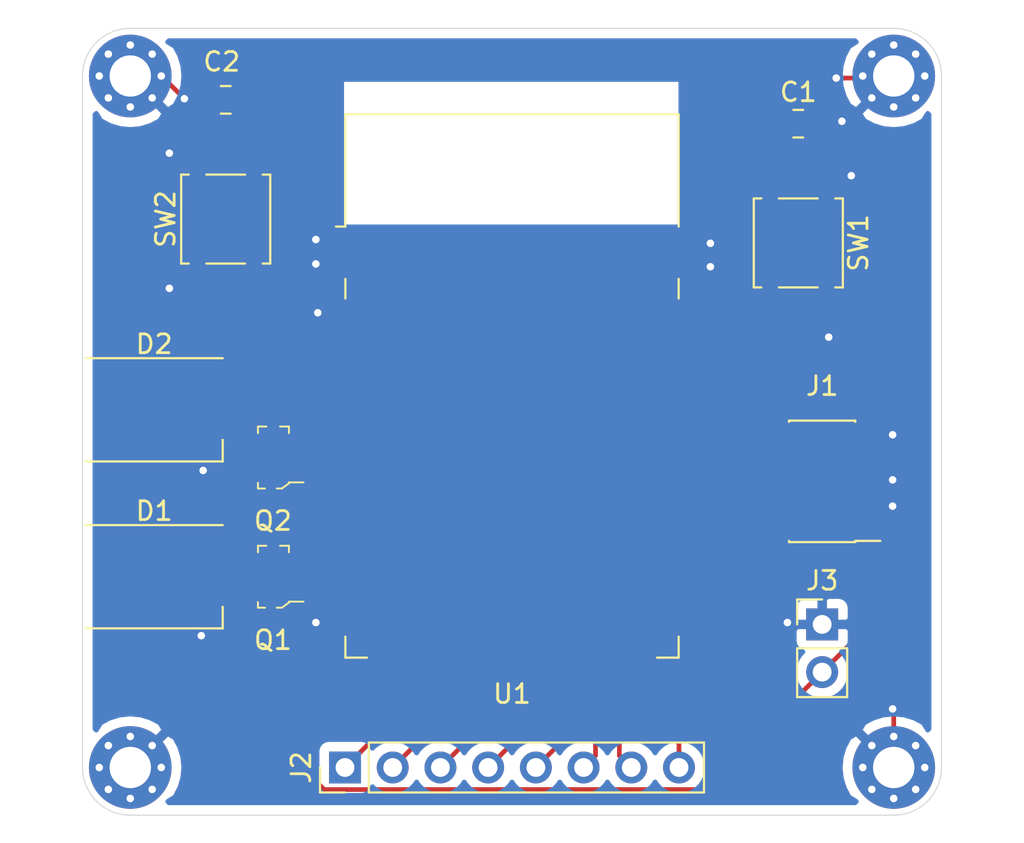
<source format=kicad_pcb>
(kicad_pcb (version 20171130) (host pcbnew 5.1.10-88a1d61d58~88~ubuntu20.04.1)

  (general
    (thickness 1.6)
    (drawings 8)
    (tracks 153)
    (zones 0)
    (modules 16)
    (nets 45)
  )

  (page A4)
  (layers
    (0 F.Cu signal)
    (31 B.Cu signal)
    (32 B.Adhes user)
    (33 F.Adhes user)
    (34 B.Paste user)
    (35 F.Paste user)
    (36 B.SilkS user)
    (37 F.SilkS user)
    (38 B.Mask user)
    (39 F.Mask user)
    (40 Dwgs.User user)
    (41 Cmts.User user)
    (42 Eco1.User user)
    (43 Eco2.User user)
    (44 Edge.Cuts user)
    (45 Margin user)
    (46 B.CrtYd user)
    (47 F.CrtYd user)
    (48 B.Fab user)
    (49 F.Fab user)
  )

  (setup
    (last_trace_width 0.25)
    (trace_clearance 0.2)
    (zone_clearance 0.508)
    (zone_45_only no)
    (trace_min 0.2)
    (via_size 0.8)
    (via_drill 0.4)
    (via_min_size 0.4)
    (via_min_drill 0.3)
    (uvia_size 0.3)
    (uvia_drill 0.1)
    (uvias_allowed no)
    (uvia_min_size 0.2)
    (uvia_min_drill 0.1)
    (edge_width 0.05)
    (segment_width 0.2)
    (pcb_text_width 0.3)
    (pcb_text_size 1.5 1.5)
    (mod_edge_width 0.12)
    (mod_text_size 1 1)
    (mod_text_width 0.15)
    (pad_size 1.524 1.524)
    (pad_drill 0.762)
    (pad_to_mask_clearance 0)
    (aux_axis_origin 0 0)
    (visible_elements FFFFFF7F)
    (pcbplotparams
      (layerselection 0x010fc_ffffffff)
      (usegerberextensions true)
      (usegerberattributes true)
      (usegerberadvancedattributes true)
      (creategerberjobfile true)
      (excludeedgelayer true)
      (linewidth 0.100000)
      (plotframeref false)
      (viasonmask false)
      (mode 1)
      (useauxorigin false)
      (hpglpennumber 1)
      (hpglpenspeed 20)
      (hpglpendiameter 15.000000)
      (psnegative false)
      (psa4output false)
      (plotreference true)
      (plotvalue true)
      (plotinvisibletext false)
      (padsonsilk false)
      (subtractmaskfromsilk true)
      (outputformat 1)
      (mirror false)
      (drillshape 0)
      (scaleselection 1)
      (outputdirectory "../fab_files/v1.0/"))
  )

  (net 0 "")
  (net 1 +3V3)
  (net 2 GND)
  (net 3 BUTTON_1)
  (net 4 BUTTON_2)
  (net 5 "Net-(D1-Pad1)")
  (net 6 "Net-(D1-Pad2)")
  (net 7 RGB_1_CTRL)
  (net 8 "Net-(D2-Pad1)")
  (net 9 "Net-(D2-Pad2)")
  (net 10 RGB_2_CTRL)
  (net 11 RST)
  (net 12 "Net-(J1-Pad8)")
  (net 13 "Net-(J1-Pad7)")
  (net 14 SWO)
  (net 15 SWD_CLK)
  (net 16 SWD_IO)
  (net 17 "Net-(J2-Pad8)")
  (net 18 "Net-(J2-Pad7)")
  (net 19 "Net-(J2-Pad6)")
  (net 20 "Net-(J2-Pad5)")
  (net 21 "Net-(J2-Pad4)")
  (net 22 "Net-(J2-Pad3)")
  (net 23 "Net-(J2-Pad2)")
  (net 24 "Net-(J2-Pad1)")
  (net 25 RGB_1_PWR)
  (net 26 RGB_2_PWR)
  (net 27 "Net-(U1-Pad34)")
  (net 28 "Net-(U1-Pad32)")
  (net 29 "Net-(U1-Pad31)")
  (net 30 "Net-(U1-Pad30)")
  (net 31 "Net-(U1-Pad29)")
  (net 32 "Net-(U1-Pad28)")
  (net 33 "Net-(U1-Pad19)")
  (net 34 "Net-(U1-Pad18)")
  (net 35 "Net-(U1-Pad14)")
  (net 36 "Net-(U1-Pad13)")
  (net 37 "Net-(U1-Pad12)")
  (net 38 "Net-(U1-Pad9)")
  (net 39 "Net-(U1-Pad8)")
  (net 40 "Net-(U1-Pad4)")
  (net 41 "Net-(U1-Pad3)")
  (net 42 "Net-(U1-Pad40)")
  (net 43 "Net-(U1-Pad39)")
  (net 44 "Net-(U1-Pad35)")

  (net_class Default "This is the default net class."
    (clearance 0.2)
    (trace_width 0.25)
    (via_dia 0.8)
    (via_drill 0.4)
    (uvia_dia 0.3)
    (uvia_drill 0.1)
    (add_net +3V3)
    (add_net BUTTON_1)
    (add_net BUTTON_2)
    (add_net GND)
    (add_net "Net-(D1-Pad1)")
    (add_net "Net-(D1-Pad2)")
    (add_net "Net-(D2-Pad1)")
    (add_net "Net-(D2-Pad2)")
    (add_net "Net-(J1-Pad7)")
    (add_net "Net-(J1-Pad8)")
    (add_net "Net-(J2-Pad1)")
    (add_net "Net-(J2-Pad2)")
    (add_net "Net-(J2-Pad3)")
    (add_net "Net-(J2-Pad4)")
    (add_net "Net-(J2-Pad5)")
    (add_net "Net-(J2-Pad6)")
    (add_net "Net-(J2-Pad7)")
    (add_net "Net-(J2-Pad8)")
    (add_net "Net-(U1-Pad12)")
    (add_net "Net-(U1-Pad13)")
    (add_net "Net-(U1-Pad14)")
    (add_net "Net-(U1-Pad18)")
    (add_net "Net-(U1-Pad19)")
    (add_net "Net-(U1-Pad28)")
    (add_net "Net-(U1-Pad29)")
    (add_net "Net-(U1-Pad3)")
    (add_net "Net-(U1-Pad30)")
    (add_net "Net-(U1-Pad31)")
    (add_net "Net-(U1-Pad32)")
    (add_net "Net-(U1-Pad34)")
    (add_net "Net-(U1-Pad35)")
    (add_net "Net-(U1-Pad39)")
    (add_net "Net-(U1-Pad4)")
    (add_net "Net-(U1-Pad40)")
    (add_net "Net-(U1-Pad8)")
    (add_net "Net-(U1-Pad9)")
    (add_net RGB_1_CTRL)
    (add_net RGB_1_PWR)
    (add_net RGB_2_CTRL)
    (add_net RGB_2_PWR)
    (add_net RST)
    (add_net SWD_CLK)
    (add_net SWD_IO)
    (add_net SWO)
  )

  (module MountingHole:MountingHole_2.2mm_M2_Pad_Via (layer F.Cu) (tedit 56DDB9C7) (tstamp 60ECA673)
    (at 134.62 85.09)
    (descr "Mounting Hole 2.2mm, M2")
    (tags "mounting hole 2.2mm m2")
    (path /60EF0CEC)
    (attr virtual)
    (fp_text reference H4 (at 0 -3.2) (layer F.Fab)
      (effects (font (size 1 1) (thickness 0.15)))
    )
    (fp_text value MountingHole_Pad (at 0 3.2) (layer F.Fab)
      (effects (font (size 1 1) (thickness 0.15)))
    )
    (fp_circle (center 0 0) (end 2.2 0) (layer Cmts.User) (width 0.15))
    (fp_circle (center 0 0) (end 2.45 0) (layer F.CrtYd) (width 0.05))
    (fp_text user %R (at 0.3 0) (layer F.Fab)
      (effects (font (size 1 1) (thickness 0.15)))
    )
    (pad 1 thru_hole circle (at 1.166726 -1.166726) (size 0.7 0.7) (drill 0.4) (layers *.Cu *.Mask)
      (net 2 GND))
    (pad 1 thru_hole circle (at 0 -1.65) (size 0.7 0.7) (drill 0.4) (layers *.Cu *.Mask)
      (net 2 GND))
    (pad 1 thru_hole circle (at -1.166726 -1.166726) (size 0.7 0.7) (drill 0.4) (layers *.Cu *.Mask)
      (net 2 GND))
    (pad 1 thru_hole circle (at -1.65 0) (size 0.7 0.7) (drill 0.4) (layers *.Cu *.Mask)
      (net 2 GND))
    (pad 1 thru_hole circle (at -1.166726 1.166726) (size 0.7 0.7) (drill 0.4) (layers *.Cu *.Mask)
      (net 2 GND))
    (pad 1 thru_hole circle (at 0 1.65) (size 0.7 0.7) (drill 0.4) (layers *.Cu *.Mask)
      (net 2 GND))
    (pad 1 thru_hole circle (at 1.166726 1.166726) (size 0.7 0.7) (drill 0.4) (layers *.Cu *.Mask)
      (net 2 GND))
    (pad 1 thru_hole circle (at 1.65 0) (size 0.7 0.7) (drill 0.4) (layers *.Cu *.Mask)
      (net 2 GND))
    (pad 1 thru_hole circle (at 0 0) (size 4.4 4.4) (drill 2.2) (layers *.Cu *.Mask)
      (net 2 GND))
  )

  (module MountingHole:MountingHole_2.2mm_M2_Pad_Via (layer F.Cu) (tedit 56DDB9C7) (tstamp 60ECA663)
    (at 175.26 85.09)
    (descr "Mounting Hole 2.2mm, M2")
    (tags "mounting hole 2.2mm m2")
    (path /60EF3631)
    (attr virtual)
    (fp_text reference H3 (at 0 -3.2) (layer F.Fab)
      (effects (font (size 1 1) (thickness 0.15)))
    )
    (fp_text value MountingHole_Pad (at 0 3.2) (layer F.Fab)
      (effects (font (size 1 1) (thickness 0.15)))
    )
    (fp_circle (center 0 0) (end 2.2 0) (layer Cmts.User) (width 0.15))
    (fp_circle (center 0 0) (end 2.45 0) (layer F.CrtYd) (width 0.05))
    (fp_text user %R (at 0.3 0) (layer F.Fab)
      (effects (font (size 1 1) (thickness 0.15)))
    )
    (pad 1 thru_hole circle (at 1.166726 -1.166726) (size 0.7 0.7) (drill 0.4) (layers *.Cu *.Mask)
      (net 2 GND))
    (pad 1 thru_hole circle (at 0 -1.65) (size 0.7 0.7) (drill 0.4) (layers *.Cu *.Mask)
      (net 2 GND))
    (pad 1 thru_hole circle (at -1.166726 -1.166726) (size 0.7 0.7) (drill 0.4) (layers *.Cu *.Mask)
      (net 2 GND))
    (pad 1 thru_hole circle (at -1.65 0) (size 0.7 0.7) (drill 0.4) (layers *.Cu *.Mask)
      (net 2 GND))
    (pad 1 thru_hole circle (at -1.166726 1.166726) (size 0.7 0.7) (drill 0.4) (layers *.Cu *.Mask)
      (net 2 GND))
    (pad 1 thru_hole circle (at 0 1.65) (size 0.7 0.7) (drill 0.4) (layers *.Cu *.Mask)
      (net 2 GND))
    (pad 1 thru_hole circle (at 1.166726 1.166726) (size 0.7 0.7) (drill 0.4) (layers *.Cu *.Mask)
      (net 2 GND))
    (pad 1 thru_hole circle (at 1.65 0) (size 0.7 0.7) (drill 0.4) (layers *.Cu *.Mask)
      (net 2 GND))
    (pad 1 thru_hole circle (at 0 0) (size 4.4 4.4) (drill 2.2) (layers *.Cu *.Mask)
      (net 2 GND))
  )

  (module MountingHole:MountingHole_2.2mm_M2_Pad_Via (layer F.Cu) (tedit 56DDB9C7) (tstamp 60ECA653)
    (at 175.26 121.92)
    (descr "Mounting Hole 2.2mm, M2")
    (tags "mounting hole 2.2mm m2")
    (path /60EF3A83)
    (attr virtual)
    (fp_text reference H2 (at 0 -3.2) (layer F.Fab)
      (effects (font (size 1 1) (thickness 0.15)))
    )
    (fp_text value MountingHole_Pad (at 0 3.2) (layer F.Fab)
      (effects (font (size 1 1) (thickness 0.15)))
    )
    (fp_circle (center 0 0) (end 2.2 0) (layer Cmts.User) (width 0.15))
    (fp_circle (center 0 0) (end 2.45 0) (layer F.CrtYd) (width 0.05))
    (fp_text user %R (at 0.3 0) (layer F.Fab)
      (effects (font (size 1 1) (thickness 0.15)))
    )
    (pad 1 thru_hole circle (at 1.166726 -1.166726) (size 0.7 0.7) (drill 0.4) (layers *.Cu *.Mask)
      (net 2 GND))
    (pad 1 thru_hole circle (at 0 -1.65) (size 0.7 0.7) (drill 0.4) (layers *.Cu *.Mask)
      (net 2 GND))
    (pad 1 thru_hole circle (at -1.166726 -1.166726) (size 0.7 0.7) (drill 0.4) (layers *.Cu *.Mask)
      (net 2 GND))
    (pad 1 thru_hole circle (at -1.65 0) (size 0.7 0.7) (drill 0.4) (layers *.Cu *.Mask)
      (net 2 GND))
    (pad 1 thru_hole circle (at -1.166726 1.166726) (size 0.7 0.7) (drill 0.4) (layers *.Cu *.Mask)
      (net 2 GND))
    (pad 1 thru_hole circle (at 0 1.65) (size 0.7 0.7) (drill 0.4) (layers *.Cu *.Mask)
      (net 2 GND))
    (pad 1 thru_hole circle (at 1.166726 1.166726) (size 0.7 0.7) (drill 0.4) (layers *.Cu *.Mask)
      (net 2 GND))
    (pad 1 thru_hole circle (at 1.65 0) (size 0.7 0.7) (drill 0.4) (layers *.Cu *.Mask)
      (net 2 GND))
    (pad 1 thru_hole circle (at 0 0) (size 4.4 4.4) (drill 2.2) (layers *.Cu *.Mask)
      (net 2 GND))
  )

  (module MountingHole:MountingHole_2.2mm_M2_Pad_Via (layer F.Cu) (tedit 56DDB9C7) (tstamp 60ECA643)
    (at 134.62 121.92)
    (descr "Mounting Hole 2.2mm, M2")
    (tags "mounting hole 2.2mm m2")
    (path /60EF3CBB)
    (attr virtual)
    (fp_text reference H1 (at 0 -3.2) (layer F.Fab)
      (effects (font (size 1 1) (thickness 0.15)))
    )
    (fp_text value MountingHole_Pad (at 0 3.2) (layer F.Fab)
      (effects (font (size 1 1) (thickness 0.15)))
    )
    (fp_circle (center 0 0) (end 2.2 0) (layer Cmts.User) (width 0.15))
    (fp_circle (center 0 0) (end 2.45 0) (layer F.CrtYd) (width 0.05))
    (fp_text user %R (at 0.3 0) (layer F.Fab)
      (effects (font (size 1 1) (thickness 0.15)))
    )
    (pad 1 thru_hole circle (at 1.166726 -1.166726) (size 0.7 0.7) (drill 0.4) (layers *.Cu *.Mask)
      (net 2 GND))
    (pad 1 thru_hole circle (at 0 -1.65) (size 0.7 0.7) (drill 0.4) (layers *.Cu *.Mask)
      (net 2 GND))
    (pad 1 thru_hole circle (at -1.166726 -1.166726) (size 0.7 0.7) (drill 0.4) (layers *.Cu *.Mask)
      (net 2 GND))
    (pad 1 thru_hole circle (at -1.65 0) (size 0.7 0.7) (drill 0.4) (layers *.Cu *.Mask)
      (net 2 GND))
    (pad 1 thru_hole circle (at -1.166726 1.166726) (size 0.7 0.7) (drill 0.4) (layers *.Cu *.Mask)
      (net 2 GND))
    (pad 1 thru_hole circle (at 0 1.65) (size 0.7 0.7) (drill 0.4) (layers *.Cu *.Mask)
      (net 2 GND))
    (pad 1 thru_hole circle (at 1.166726 1.166726) (size 0.7 0.7) (drill 0.4) (layers *.Cu *.Mask)
      (net 2 GND))
    (pad 1 thru_hole circle (at 1.65 0) (size 0.7 0.7) (drill 0.4) (layers *.Cu *.Mask)
      (net 2 GND))
    (pad 1 thru_hole circle (at 0 0) (size 4.4 4.4) (drill 2.2) (layers *.Cu *.Mask)
      (net 2 GND))
  )

  (module RF_Module:E73-2G4M04S (layer F.Cu) (tedit 5AFF5B3A) (tstamp 60ECA7D1)
    (at 154.94 101.6)
    (descr http://www.cdebyte.com/en/downpdf.aspx?id=243)
    (tags "BLE BLE5 nRF52832")
    (path /6014FEF4)
    (attr smd)
    (fp_text reference U1 (at 0 16.4) (layer F.SilkS)
      (effects (font (size 1 1) (thickness 0.15)))
    )
    (fp_text value E73-2G4M04S-52832 (at 0 -15.35) (layer F.Fab)
      (effects (font (size 1 1) (thickness 0.15)))
    )
    (fp_line (start -8.75 14.35) (end 8.75 14.35) (layer F.Fab) (width 0.1))
    (fp_line (start 8.75 14.35) (end 8.75 -14.35) (layer F.Fab) (width 0.1))
    (fp_line (start 8.75 -14.35) (end -8.75 -14.35) (layer F.Fab) (width 0.1))
    (fp_line (start -8.75 -8.07) (end -8.4 -7.72) (layer F.Fab) (width 0.1))
    (fp_line (start -8.4 -7.72) (end -8.75 -7.37) (layer F.Fab) (width 0.1))
    (fp_line (start -8.75 -8.07) (end -8.75 -14.35) (layer F.Fab) (width 0.1))
    (fp_line (start -8.75 -7.37) (end -8.75 14.35) (layer F.Fab) (width 0.1))
    (fp_line (start -8.87 14.47) (end -8.87 13.35) (layer F.SilkS) (width 0.12))
    (fp_line (start -8.87 14.47) (end -7.72 14.47) (layer F.SilkS) (width 0.12))
    (fp_line (start 8.87 14.47) (end 8.87 13.35) (layer F.SilkS) (width 0.12))
    (fp_line (start 8.87 14.47) (end 7.72 14.47) (layer F.SilkS) (width 0.12))
    (fp_line (start 8.87 -5.7) (end 8.87 -4.66) (layer F.SilkS) (width 0.12))
    (fp_line (start -8.87 -5.7) (end -8.87 -4.66) (layer F.SilkS) (width 0.12))
    (fp_line (start 8.87 -14.47) (end 8.87 -8.49) (layer F.SilkS) (width 0.12))
    (fp_line (start 8.87 -14.47) (end -8.87 -14.47) (layer F.SilkS) (width 0.12))
    (fp_line (start -8.87 -14.47) (end -8.87 -8.49) (layer F.SilkS) (width 0.12))
    (fp_line (start -8.87 -8.49) (end -9.37 -8.49) (layer F.SilkS) (width 0.12))
    (fp_line (start -8.75 -14.35) (end 8.75 -14.35) (layer Dwgs.User) (width 0.1))
    (fp_line (start 8.75 -14.35) (end 8.75 -8.85) (layer Dwgs.User) (width 0.1))
    (fp_line (start 8.75 -8.85) (end -8.75 -8.85) (layer Dwgs.User) (width 0.1))
    (fp_line (start -8.75 -8.85) (end -8.75 -14.35) (layer Dwgs.User) (width 0.1))
    (fp_line (start -8.75 -9.85) (end -7.75 -8.85) (layer Dwgs.User) (width 0.1))
    (fp_line (start -8.75 -10.85) (end -6.75 -8.85) (layer Dwgs.User) (width 0.1))
    (fp_line (start -8.75 -11.85) (end -5.75 -8.85) (layer Dwgs.User) (width 0.1))
    (fp_line (start -4.75 -8.85) (end -8.75 -12.85) (layer Dwgs.User) (width 0.1))
    (fp_line (start -8.75 -13.85) (end -3.75 -8.85) (layer Dwgs.User) (width 0.1))
    (fp_line (start -2.75 -8.85) (end -8.25 -14.35) (layer Dwgs.User) (width 0.1))
    (fp_line (start -7.25 -14.35) (end -1.75 -8.85) (layer Dwgs.User) (width 0.1))
    (fp_line (start -0.75 -8.85) (end -6.25 -14.35) (layer Dwgs.User) (width 0.1))
    (fp_line (start -5.25 -14.35) (end 0.25 -8.85) (layer Dwgs.User) (width 0.1))
    (fp_line (start 1.25 -8.85) (end -4.25 -14.35) (layer Dwgs.User) (width 0.1))
    (fp_line (start -3.25 -14.35) (end 2.25 -8.85) (layer Dwgs.User) (width 0.1))
    (fp_line (start 3.25 -8.85) (end -2.25 -14.35) (layer Dwgs.User) (width 0.1))
    (fp_line (start -1.25 -14.35) (end 4.25 -8.85) (layer Dwgs.User) (width 0.1))
    (fp_line (start 5.25 -8.85) (end -0.25 -14.35) (layer Dwgs.User) (width 0.1))
    (fp_line (start 0.75 -14.35) (end 6.25 -8.85) (layer Dwgs.User) (width 0.1))
    (fp_line (start 7.25 -8.85) (end 1.75 -14.35) (layer Dwgs.User) (width 0.1))
    (fp_line (start 2.75 -14.35) (end 8.25 -8.85) (layer Dwgs.User) (width 0.1))
    (fp_line (start 8.75 -9.35) (end 3.75 -14.35) (layer Dwgs.User) (width 0.1))
    (fp_line (start 4.75 -14.35) (end 8.75 -10.35) (layer Dwgs.User) (width 0.1))
    (fp_line (start 8.75 -11.35) (end 5.75 -14.35) (layer Dwgs.User) (width 0.1))
    (fp_line (start 6.75 -14.35) (end 8.75 -12.35) (layer Dwgs.User) (width 0.1))
    (fp_line (start 8.75 -13.35) (end 7.75 -14.35) (layer Dwgs.User) (width 0.1))
    (fp_line (start -9.9 15.5) (end 9.9 15.5) (layer F.CrtYd) (width 0.05))
    (fp_line (start 9.9 15.5) (end 9.9 -14.6) (layer F.CrtYd) (width 0.05))
    (fp_line (start 9.9 -14.6) (end -9.9 -14.6) (layer F.CrtYd) (width 0.05))
    (fp_line (start -9.9 -14.6) (end -9.9 15.5) (layer F.CrtYd) (width 0.05))
    (fp_text user %R (at 0 0) (layer F.Fab)
      (effects (font (size 1 1) (thickness 0.15)))
    )
    (fp_text user "on any PCB layer." (at 0 -10.1) (layer Cmts.User)
      (effects (font (size 0.4 0.4) (thickness 0.06)))
    )
    (fp_text user "No metal, traces, or components" (at 0 -11.1) (layer Cmts.User)
      (effects (font (size 0.4 0.4) (thickness 0.06)))
    )
    (fp_text user "KEEP-OUT ZONE" (at 0 -12.85) (layer Cmts.User)
      (effects (font (size 1 1) (thickness 0.15)))
    )
    (pad 43 smd rect (at 8.75 -7.72) (size 1.8 0.7) (layers F.Cu F.Paste F.Mask)
      (net 2 GND))
    (pad 42 smd rect (at 8.75 -6.45) (size 1.8 0.7) (layers F.Cu F.Paste F.Mask)
      (net 2 GND))
    (pad 41 smd rect (at 8.75 -3.91) (size 1.8 0.7) (layers F.Cu F.Paste F.Mask)
      (net 3 BUTTON_1))
    (pad 40 smd rect (at 8.75 -2.64) (size 1.8 0.7) (layers F.Cu F.Paste F.Mask)
      (net 42 "Net-(U1-Pad40)"))
    (pad 39 smd rect (at 8.75 -1.37) (size 1.8 0.7) (layers F.Cu F.Paste F.Mask)
      (net 43 "Net-(U1-Pad39)"))
    (pad 38 smd rect (at 8.75 -0.1) (size 1.8 0.7) (layers F.Cu F.Paste F.Mask)
      (net 16 SWD_IO))
    (pad 37 smd rect (at 8.75 1.17) (size 1.8 0.7) (layers F.Cu F.Paste F.Mask)
      (net 15 SWD_CLK))
    (pad 36 smd rect (at 8.75 2.44) (size 1.8 0.7) (layers F.Cu F.Paste F.Mask)
      (net 11 RST))
    (pad 35 smd rect (at 8.75 3.71) (size 1.8 0.7) (layers F.Cu F.Paste F.Mask)
      (net 44 "Net-(U1-Pad35)"))
    (pad 34 smd rect (at 8.75 4.98) (size 1.8 0.7) (layers F.Cu F.Paste F.Mask)
      (net 27 "Net-(U1-Pad34)"))
    (pad 33 smd rect (at 8.75 6.25) (size 1.8 0.7) (layers F.Cu F.Paste F.Mask)
      (net 14 SWO))
    (pad 32 smd rect (at 8.75 7.52) (size 1.8 0.7) (layers F.Cu F.Paste F.Mask)
      (net 28 "Net-(U1-Pad32)"))
    (pad 31 smd rect (at 8.75 8.79) (size 1.8 0.7) (layers F.Cu F.Paste F.Mask)
      (net 29 "Net-(U1-Pad31)"))
    (pad 30 smd rect (at 8.75 10.06) (size 1.8 0.7) (layers F.Cu F.Paste F.Mask)
      (net 30 "Net-(U1-Pad30)"))
    (pad 29 smd rect (at 8.75 11.33) (size 1.8 0.7) (layers F.Cu F.Paste F.Mask)
      (net 31 "Net-(U1-Pad29)"))
    (pad 28 smd rect (at 8.75 12.6) (size 1.8 0.7) (layers F.Cu F.Paste F.Mask)
      (net 32 "Net-(U1-Pad28)"))
    (pad 27 smd rect (at 6.985 14.35) (size 0.7 1.8) (layers F.Cu F.Paste F.Mask)
      (net 17 "Net-(J2-Pad8)"))
    (pad 26 smd rect (at 5.715 14.35) (size 0.7 1.8) (layers F.Cu F.Paste F.Mask)
      (net 18 "Net-(J2-Pad7)"))
    (pad 25 smd rect (at 4.445 14.35) (size 0.7 1.8) (layers F.Cu F.Paste F.Mask)
      (net 19 "Net-(J2-Pad6)"))
    (pad 24 smd rect (at 3.175 14.35) (size 0.7 1.8) (layers F.Cu F.Paste F.Mask)
      (net 20 "Net-(J2-Pad5)"))
    (pad 23 smd rect (at 1.905 14.35) (size 0.7 1.8) (layers F.Cu F.Paste F.Mask)
      (net 21 "Net-(J2-Pad4)"))
    (pad 22 smd rect (at 0.635 14.35) (size 0.7 1.8) (layers F.Cu F.Paste F.Mask)
      (net 22 "Net-(J2-Pad3)"))
    (pad 21 smd rect (at -0.635 14.35) (size 0.7 1.8) (layers F.Cu F.Paste F.Mask)
      (net 23 "Net-(J2-Pad2)"))
    (pad 20 smd rect (at -1.905 14.35) (size 0.7 1.8) (layers F.Cu F.Paste F.Mask)
      (net 24 "Net-(J2-Pad1)"))
    (pad 19 smd rect (at -3.175 14.35) (size 0.7 1.8) (layers F.Cu F.Paste F.Mask)
      (net 33 "Net-(U1-Pad19)"))
    (pad 18 smd rect (at -4.445 14.35) (size 0.7 1.8) (layers F.Cu F.Paste F.Mask)
      (net 34 "Net-(U1-Pad18)"))
    (pad 17 smd rect (at -5.715 14.35) (size 0.7 1.8) (layers F.Cu F.Paste F.Mask)
      (net 1 +3V3))
    (pad 16 smd rect (at -6.985 14.35) (size 0.7 1.8) (layers F.Cu F.Paste F.Mask)
      (net 1 +3V3))
    (pad 15 smd rect (at -8.75 12.6) (size 1.8 0.7) (layers F.Cu F.Paste F.Mask)
      (net 2 GND))
    (pad 14 smd rect (at -8.75 11.33) (size 1.8 0.7) (layers F.Cu F.Paste F.Mask)
      (net 35 "Net-(U1-Pad14)"))
    (pad 13 smd rect (at -8.75 10.06) (size 1.8 0.7) (layers F.Cu F.Paste F.Mask)
      (net 36 "Net-(U1-Pad13)"))
    (pad 12 smd rect (at -8.75 8.79) (size 1.8 0.7) (layers F.Cu F.Paste F.Mask)
      (net 37 "Net-(U1-Pad12)"))
    (pad 11 smd rect (at -8.75 7.52) (size 1.8 0.7) (layers F.Cu F.Paste F.Mask)
      (net 25 RGB_1_PWR))
    (pad 10 smd rect (at -8.75 6.25) (size 1.8 0.7) (layers F.Cu F.Paste F.Mask)
      (net 7 RGB_1_CTRL))
    (pad 9 smd rect (at -8.75 4.98) (size 1.8 0.7) (layers F.Cu F.Paste F.Mask)
      (net 38 "Net-(U1-Pad9)"))
    (pad 8 smd rect (at -8.75 3.71) (size 1.8 0.7) (layers F.Cu F.Paste F.Mask)
      (net 39 "Net-(U1-Pad8)"))
    (pad 7 smd rect (at -8.75 2.44) (size 1.8 0.7) (layers F.Cu F.Paste F.Mask)
      (net 26 RGB_2_PWR))
    (pad 6 smd rect (at -8.75 1.17) (size 1.8 0.7) (layers F.Cu F.Paste F.Mask)
      (net 10 RGB_2_CTRL))
    (pad 5 smd rect (at -8.75 -0.1) (size 1.8 0.7) (layers F.Cu F.Paste F.Mask)
      (net 4 BUTTON_2))
    (pad 4 smd rect (at -8.75 -1.37) (size 1.8 0.7) (layers F.Cu F.Paste F.Mask)
      (net 40 "Net-(U1-Pad4)"))
    (pad 3 smd rect (at -8.75 -2.64) (size 1.8 0.7) (layers F.Cu F.Paste F.Mask)
      (net 41 "Net-(U1-Pad3)"))
    (pad 2 smd rect (at -8.75 -3.91) (size 1.8 0.7) (layers F.Cu F.Paste F.Mask)
      (net 2 GND))
    (pad 1 smd rect (at -8.75 -6.45) (size 1.8 0.7) (layers F.Cu F.Paste F.Mask)
      (net 2 GND))
    (pad 0 smd rect (at -8.75 -7.72) (size 1.8 0.7) (layers F.Cu F.Paste F.Mask)
      (net 2 GND))
    (model ${KISYS3DMOD}/RF_Module.3dshapes/E73-2G4M04S.wrl
      (at (xyz 0 0 0))
      (scale (xyz 1 1 1))
      (rotate (xyz 0 0 0))
    )
  )

  (module Button_Switch_SMD:SW_SPST_TL3305A (layer F.Cu) (tedit 5ABC3A97) (tstamp 60ECD811)
    (at 139.7 92.71 90)
    (descr https://www.e-switch.com/system/asset/product_line/data_sheet/213/TL3305.pdf)
    (tags "TL3305 Series Tact Switch")
    (path /60EDC9A7)
    (attr smd)
    (fp_text reference SW2 (at 0 -3.2 90) (layer F.SilkS)
      (effects (font (size 1 1) (thickness 0.15)))
    )
    (fp_text value SW_Push (at 0 3.2 90) (layer F.Fab)
      (effects (font (size 1 1) (thickness 0.15)))
    )
    (fp_line (start -3 1.15) (end -3 1.85) (layer F.Fab) (width 0.1))
    (fp_line (start -3 -1.85) (end -3 -1.15) (layer F.Fab) (width 0.1))
    (fp_line (start 3 1.15) (end 3 1.85) (layer F.Fab) (width 0.1))
    (fp_line (start 3 -1.85) (end 3 -1.15) (layer F.Fab) (width 0.1))
    (fp_line (start -3.75 1.85) (end -2.25 1.85) (layer F.Fab) (width 0.1))
    (fp_line (start -3.75 1.15) (end -3.75 1.85) (layer F.Fab) (width 0.1))
    (fp_line (start -2.25 1.15) (end -3.75 1.15) (layer F.Fab) (width 0.1))
    (fp_line (start -3.75 -1.15) (end -2.25 -1.15) (layer F.Fab) (width 0.1))
    (fp_line (start -3.75 -1.85) (end -3.75 -1.15) (layer F.Fab) (width 0.1))
    (fp_line (start -2.25 -1.85) (end -3.75 -1.85) (layer F.Fab) (width 0.1))
    (fp_line (start 3.75 1.85) (end 2.25 1.85) (layer F.Fab) (width 0.1))
    (fp_line (start 3.75 1.15) (end 3.75 1.85) (layer F.Fab) (width 0.1))
    (fp_line (start 2.25 1.15) (end 3.75 1.15) (layer F.Fab) (width 0.1))
    (fp_line (start 3.75 -1.85) (end 2.25 -1.85) (layer F.Fab) (width 0.1))
    (fp_line (start 3.75 -1.15) (end 3.75 -1.85) (layer F.Fab) (width 0.1))
    (fp_line (start 2.25 -1.15) (end 3.75 -1.15) (layer F.Fab) (width 0.1))
    (fp_circle (center 0 0) (end 1.25 0) (layer F.Fab) (width 0.1))
    (fp_line (start -2.25 2.25) (end -2.25 -2.25) (layer F.Fab) (width 0.1))
    (fp_line (start 2.25 2.25) (end -2.25 2.25) (layer F.Fab) (width 0.1))
    (fp_line (start 2.25 -2.25) (end 2.25 2.25) (layer F.Fab) (width 0.1))
    (fp_line (start -2.25 -2.25) (end 2.25 -2.25) (layer F.Fab) (width 0.1))
    (fp_line (start -2.37 -2.37) (end 2.37 -2.37) (layer F.SilkS) (width 0.12))
    (fp_line (start -2.37 -2.37) (end -2.37 -1.97) (layer F.SilkS) (width 0.12))
    (fp_line (start 2.37 -2.37) (end 2.37 -1.97) (layer F.SilkS) (width 0.12))
    (fp_line (start -2.37 2.37) (end -2.37 1.97) (layer F.SilkS) (width 0.12))
    (fp_line (start -2.37 2.37) (end 2.37 2.37) (layer F.SilkS) (width 0.12))
    (fp_line (start 2.37 2.37) (end 2.37 1.97) (layer F.SilkS) (width 0.12))
    (fp_line (start 2.37 1.03) (end 2.37 -1.03) (layer F.SilkS) (width 0.12))
    (fp_line (start -2.37 1.03) (end -2.37 -1.03) (layer F.SilkS) (width 0.12))
    (fp_line (start 4.65 -2.5) (end 4.65 2.5) (layer F.CrtYd) (width 0.05))
    (fp_line (start 4.65 2.5) (end -4.65 2.5) (layer F.CrtYd) (width 0.05))
    (fp_line (start -4.65 2.5) (end -4.65 -2.5) (layer F.CrtYd) (width 0.05))
    (fp_line (start -4.65 -2.5) (end 4.65 -2.5) (layer F.CrtYd) (width 0.05))
    (fp_text user %R (at 0 0 90) (layer F.Fab)
      (effects (font (size 0.5 0.5) (thickness 0.075)))
    )
    (pad 2 smd rect (at -3.6 1.5 90) (size 1.6 1.4) (layers F.Cu F.Paste F.Mask)
      (net 4 BUTTON_2))
    (pad 2 smd rect (at 3.6 1.5 90) (size 1.6 1.4) (layers F.Cu F.Paste F.Mask)
      (net 4 BUTTON_2))
    (pad 1 smd rect (at -3.6 -1.5 90) (size 1.6 1.4) (layers F.Cu F.Paste F.Mask)
      (net 2 GND))
    (pad 1 smd rect (at 3.6 -1.5 90) (size 1.6 1.4) (layers F.Cu F.Paste F.Mask)
      (net 2 GND))
    (model ${KISYS3DMOD}/Button_Switch_SMD.3dshapes/SW_SPST_TL3305A.wrl
      (at (xyz 0 0 0))
      (scale (xyz 1 1 1))
      (rotate (xyz 0 0 0))
    )
  )

  (module Button_Switch_SMD:SW_SPST_TL3305A (layer F.Cu) (tedit 5ABC3A97) (tstamp 60ECE202)
    (at 170.18 93.98 270)
    (descr https://www.e-switch.com/system/asset/product_line/data_sheet/213/TL3305.pdf)
    (tags "TL3305 Series Tact Switch")
    (path /60EDC24A)
    (attr smd)
    (fp_text reference SW1 (at 0 -3.2 90) (layer F.SilkS)
      (effects (font (size 1 1) (thickness 0.15)))
    )
    (fp_text value SW_Push (at 0 3.2 90) (layer F.Fab)
      (effects (font (size 1 1) (thickness 0.15)))
    )
    (fp_line (start -3 1.15) (end -3 1.85) (layer F.Fab) (width 0.1))
    (fp_line (start -3 -1.85) (end -3 -1.15) (layer F.Fab) (width 0.1))
    (fp_line (start 3 1.15) (end 3 1.85) (layer F.Fab) (width 0.1))
    (fp_line (start 3 -1.85) (end 3 -1.15) (layer F.Fab) (width 0.1))
    (fp_line (start -3.75 1.85) (end -2.25 1.85) (layer F.Fab) (width 0.1))
    (fp_line (start -3.75 1.15) (end -3.75 1.85) (layer F.Fab) (width 0.1))
    (fp_line (start -2.25 1.15) (end -3.75 1.15) (layer F.Fab) (width 0.1))
    (fp_line (start -3.75 -1.15) (end -2.25 -1.15) (layer F.Fab) (width 0.1))
    (fp_line (start -3.75 -1.85) (end -3.75 -1.15) (layer F.Fab) (width 0.1))
    (fp_line (start -2.25 -1.85) (end -3.75 -1.85) (layer F.Fab) (width 0.1))
    (fp_line (start 3.75 1.85) (end 2.25 1.85) (layer F.Fab) (width 0.1))
    (fp_line (start 3.75 1.15) (end 3.75 1.85) (layer F.Fab) (width 0.1))
    (fp_line (start 2.25 1.15) (end 3.75 1.15) (layer F.Fab) (width 0.1))
    (fp_line (start 3.75 -1.85) (end 2.25 -1.85) (layer F.Fab) (width 0.1))
    (fp_line (start 3.75 -1.15) (end 3.75 -1.85) (layer F.Fab) (width 0.1))
    (fp_line (start 2.25 -1.15) (end 3.75 -1.15) (layer F.Fab) (width 0.1))
    (fp_circle (center 0 0) (end 1.25 0) (layer F.Fab) (width 0.1))
    (fp_line (start -2.25 2.25) (end -2.25 -2.25) (layer F.Fab) (width 0.1))
    (fp_line (start 2.25 2.25) (end -2.25 2.25) (layer F.Fab) (width 0.1))
    (fp_line (start 2.25 -2.25) (end 2.25 2.25) (layer F.Fab) (width 0.1))
    (fp_line (start -2.25 -2.25) (end 2.25 -2.25) (layer F.Fab) (width 0.1))
    (fp_line (start -2.37 -2.37) (end 2.37 -2.37) (layer F.SilkS) (width 0.12))
    (fp_line (start -2.37 -2.37) (end -2.37 -1.97) (layer F.SilkS) (width 0.12))
    (fp_line (start 2.37 -2.37) (end 2.37 -1.97) (layer F.SilkS) (width 0.12))
    (fp_line (start -2.37 2.37) (end -2.37 1.97) (layer F.SilkS) (width 0.12))
    (fp_line (start -2.37 2.37) (end 2.37 2.37) (layer F.SilkS) (width 0.12))
    (fp_line (start 2.37 2.37) (end 2.37 1.97) (layer F.SilkS) (width 0.12))
    (fp_line (start 2.37 1.03) (end 2.37 -1.03) (layer F.SilkS) (width 0.12))
    (fp_line (start -2.37 1.03) (end -2.37 -1.03) (layer F.SilkS) (width 0.12))
    (fp_line (start 4.65 -2.5) (end 4.65 2.5) (layer F.CrtYd) (width 0.05))
    (fp_line (start 4.65 2.5) (end -4.65 2.5) (layer F.CrtYd) (width 0.05))
    (fp_line (start -4.65 2.5) (end -4.65 -2.5) (layer F.CrtYd) (width 0.05))
    (fp_line (start -4.65 -2.5) (end 4.65 -2.5) (layer F.CrtYd) (width 0.05))
    (fp_text user %R (at 0 0 90) (layer F.Fab)
      (effects (font (size 0.5 0.5) (thickness 0.075)))
    )
    (pad 2 smd rect (at -3.6 1.5 270) (size 1.6 1.4) (layers F.Cu F.Paste F.Mask)
      (net 3 BUTTON_1))
    (pad 2 smd rect (at 3.6 1.5 270) (size 1.6 1.4) (layers F.Cu F.Paste F.Mask)
      (net 3 BUTTON_1))
    (pad 1 smd rect (at -3.6 -1.5 270) (size 1.6 1.4) (layers F.Cu F.Paste F.Mask)
      (net 2 GND))
    (pad 1 smd rect (at 3.6 -1.5 270) (size 1.6 1.4) (layers F.Cu F.Paste F.Mask)
      (net 2 GND))
    (model ${KISYS3DMOD}/Button_Switch_SMD.3dshapes/SW_SPST_TL3305A.wrl
      (at (xyz 0 0 0))
      (scale (xyz 1 1 1))
      (rotate (xyz 0 0 0))
    )
  )

  (module digikey-footprints:SOT-23-3 (layer F.Cu) (tedit 5D28A5E3) (tstamp 60ECA71A)
    (at 142.24 105.41 180)
    (path /607B1471)
    (attr smd)
    (fp_text reference Q2 (at 0.025 -3.375) (layer F.SilkS)
      (effects (font (size 1 1) (thickness 0.15)))
    )
    (fp_text value AO3401A (at 0.025 3.25) (layer F.Fab)
      (effects (font (size 1 1) (thickness 0.15)))
    )
    (fp_line (start -1.825 -1.95) (end 1.825 -1.95) (layer F.CrtYd) (width 0.05))
    (fp_line (start -1.825 -1.95) (end -1.825 1.95) (layer F.CrtYd) (width 0.05))
    (fp_line (start 1.825 1.95) (end -1.825 1.95) (layer F.CrtYd) (width 0.05))
    (fp_line (start 1.825 -1.95) (end 1.825 1.95) (layer F.CrtYd) (width 0.05))
    (fp_line (start -0.175 -1.65) (end -0.45 -1.65) (layer F.SilkS) (width 0.1))
    (fp_line (start -0.45 -1.65) (end -0.825 -1.375) (layer F.SilkS) (width 0.1))
    (fp_line (start -0.825 -1.375) (end -0.825 -1.325) (layer F.SilkS) (width 0.1))
    (fp_line (start -0.825 -1.325) (end -1.6 -1.325) (layer F.SilkS) (width 0.1))
    (fp_line (start -0.7 -1.325) (end -0.7 1.525) (layer F.Fab) (width 0.1))
    (fp_line (start -0.425 -1.525) (end 0.7 -1.525) (layer F.Fab) (width 0.1))
    (fp_line (start -0.425 -1.525) (end -0.7 -1.325) (layer F.Fab) (width 0.1))
    (fp_line (start -0.35 1.65) (end -0.825 1.65) (layer F.SilkS) (width 0.1))
    (fp_line (start -0.825 1.65) (end -0.825 1.3) (layer F.SilkS) (width 0.1))
    (fp_line (start 0.825 1.425) (end 0.825 1.3) (layer F.SilkS) (width 0.1))
    (fp_line (start 0.825 1.35) (end 0.825 1.65) (layer F.SilkS) (width 0.1))
    (fp_line (start 0.825 1.65) (end 0.375 1.65) (layer F.SilkS) (width 0.1))
    (fp_line (start 0.45 -1.65) (end 0.825 -1.65) (layer F.SilkS) (width 0.1))
    (fp_line (start 0.825 -1.65) (end 0.825 -1.35) (layer F.SilkS) (width 0.1))
    (fp_line (start -0.7 1.52) (end 0.7 1.52) (layer F.Fab) (width 0.1))
    (fp_line (start 0.7 1.52) (end 0.7 -1.52) (layer F.Fab) (width 0.1))
    (fp_text user %R (at -0.125 0.15) (layer F.Fab)
      (effects (font (size 0.25 0.25) (thickness 0.05)))
    )
    (pad 1 smd rect (at -1.05 -0.95 180) (size 1.3 0.6) (layers F.Cu F.Paste F.Mask)
      (net 26 RGB_2_PWR) (solder_mask_margin 0.07))
    (pad 2 smd rect (at -1.05 0.95 180) (size 1.3 0.6) (layers F.Cu F.Paste F.Mask)
      (net 1 +3V3) (solder_mask_margin 0.07))
    (pad 3 smd rect (at 1.05 0 180) (size 1.3 0.6) (layers F.Cu F.Paste F.Mask)
      (net 8 "Net-(D2-Pad1)") (solder_mask_margin 0.07))
  )

  (module digikey-footprints:SOT-23-3 (layer F.Cu) (tedit 5D28A5E3) (tstamp 60ECA6FE)
    (at 142.24 111.76 180)
    (path /60778C2A)
    (attr smd)
    (fp_text reference Q1 (at 0.025 -3.375) (layer F.SilkS)
      (effects (font (size 1 1) (thickness 0.15)))
    )
    (fp_text value AO3401A (at 0.025 3.25) (layer F.Fab)
      (effects (font (size 1 1) (thickness 0.15)))
    )
    (fp_line (start -1.825 -1.95) (end 1.825 -1.95) (layer F.CrtYd) (width 0.05))
    (fp_line (start -1.825 -1.95) (end -1.825 1.95) (layer F.CrtYd) (width 0.05))
    (fp_line (start 1.825 1.95) (end -1.825 1.95) (layer F.CrtYd) (width 0.05))
    (fp_line (start 1.825 -1.95) (end 1.825 1.95) (layer F.CrtYd) (width 0.05))
    (fp_line (start -0.175 -1.65) (end -0.45 -1.65) (layer F.SilkS) (width 0.1))
    (fp_line (start -0.45 -1.65) (end -0.825 -1.375) (layer F.SilkS) (width 0.1))
    (fp_line (start -0.825 -1.375) (end -0.825 -1.325) (layer F.SilkS) (width 0.1))
    (fp_line (start -0.825 -1.325) (end -1.6 -1.325) (layer F.SilkS) (width 0.1))
    (fp_line (start -0.7 -1.325) (end -0.7 1.525) (layer F.Fab) (width 0.1))
    (fp_line (start -0.425 -1.525) (end 0.7 -1.525) (layer F.Fab) (width 0.1))
    (fp_line (start -0.425 -1.525) (end -0.7 -1.325) (layer F.Fab) (width 0.1))
    (fp_line (start -0.35 1.65) (end -0.825 1.65) (layer F.SilkS) (width 0.1))
    (fp_line (start -0.825 1.65) (end -0.825 1.3) (layer F.SilkS) (width 0.1))
    (fp_line (start 0.825 1.425) (end 0.825 1.3) (layer F.SilkS) (width 0.1))
    (fp_line (start 0.825 1.35) (end 0.825 1.65) (layer F.SilkS) (width 0.1))
    (fp_line (start 0.825 1.65) (end 0.375 1.65) (layer F.SilkS) (width 0.1))
    (fp_line (start 0.45 -1.65) (end 0.825 -1.65) (layer F.SilkS) (width 0.1))
    (fp_line (start 0.825 -1.65) (end 0.825 -1.35) (layer F.SilkS) (width 0.1))
    (fp_line (start -0.7 1.52) (end 0.7 1.52) (layer F.Fab) (width 0.1))
    (fp_line (start 0.7 1.52) (end 0.7 -1.52) (layer F.Fab) (width 0.1))
    (fp_text user %R (at -0.125 0.15) (layer F.Fab)
      (effects (font (size 0.25 0.25) (thickness 0.05)))
    )
    (pad 1 smd rect (at -1.05 -0.95 180) (size 1.3 0.6) (layers F.Cu F.Paste F.Mask)
      (net 25 RGB_1_PWR) (solder_mask_margin 0.07))
    (pad 2 smd rect (at -1.05 0.95 180) (size 1.3 0.6) (layers F.Cu F.Paste F.Mask)
      (net 1 +3V3) (solder_mask_margin 0.07))
    (pad 3 smd rect (at 1.05 0 180) (size 1.3 0.6) (layers F.Cu F.Paste F.Mask)
      (net 5 "Net-(D1-Pad1)") (solder_mask_margin 0.07))
  )

  (module Connector_PinHeader_2.54mm:PinHeader_1x02_P2.54mm_Vertical (layer F.Cu) (tedit 59FED5CC) (tstamp 60EFF1CC)
    (at 171.45 114.3)
    (descr "Through hole straight pin header, 1x02, 2.54mm pitch, single row")
    (tags "Through hole pin header THT 1x02 2.54mm single row")
    (path /60EC7674)
    (fp_text reference J3 (at 0 -2.33) (layer F.SilkS)
      (effects (font (size 1 1) (thickness 0.15)))
    )
    (fp_text value PWR (at 0 4.87) (layer F.Fab)
      (effects (font (size 1 1) (thickness 0.15)))
    )
    (fp_line (start -0.635 -1.27) (end 1.27 -1.27) (layer F.Fab) (width 0.1))
    (fp_line (start 1.27 -1.27) (end 1.27 3.81) (layer F.Fab) (width 0.1))
    (fp_line (start 1.27 3.81) (end -1.27 3.81) (layer F.Fab) (width 0.1))
    (fp_line (start -1.27 3.81) (end -1.27 -0.635) (layer F.Fab) (width 0.1))
    (fp_line (start -1.27 -0.635) (end -0.635 -1.27) (layer F.Fab) (width 0.1))
    (fp_line (start -1.33 3.87) (end 1.33 3.87) (layer F.SilkS) (width 0.12))
    (fp_line (start -1.33 1.27) (end -1.33 3.87) (layer F.SilkS) (width 0.12))
    (fp_line (start 1.33 1.27) (end 1.33 3.87) (layer F.SilkS) (width 0.12))
    (fp_line (start -1.33 1.27) (end 1.33 1.27) (layer F.SilkS) (width 0.12))
    (fp_line (start -1.33 0) (end -1.33 -1.33) (layer F.SilkS) (width 0.12))
    (fp_line (start -1.33 -1.33) (end 0 -1.33) (layer F.SilkS) (width 0.12))
    (fp_line (start -1.8 -1.8) (end -1.8 4.35) (layer F.CrtYd) (width 0.05))
    (fp_line (start -1.8 4.35) (end 1.8 4.35) (layer F.CrtYd) (width 0.05))
    (fp_line (start 1.8 4.35) (end 1.8 -1.8) (layer F.CrtYd) (width 0.05))
    (fp_line (start 1.8 -1.8) (end -1.8 -1.8) (layer F.CrtYd) (width 0.05))
    (fp_text user %R (at 0 1.27 -90) (layer B.Fab)
      (effects (font (size 1 1) (thickness 0.15)) (justify mirror))
    )
    (pad 2 thru_hole oval (at 0 2.54) (size 1.7 1.7) (drill 1) (layers *.Cu *.Mask)
      (net 1 +3V3))
    (pad 1 thru_hole rect (at 0 0) (size 1.7 1.7) (drill 1) (layers *.Cu *.Mask)
      (net 2 GND))
    (model ${KISYS3DMOD}/Connector_PinHeader_2.54mm.3dshapes/PinHeader_1x02_P2.54mm_Vertical.wrl
      (at (xyz 0 0 0))
      (scale (xyz 1 1 1))
      (rotate (xyz 0 0 0))
    )
  )

  (module Connector_PinHeader_2.54mm:PinHeader_1x08_P2.54mm_Vertical (layer F.Cu) (tedit 59FED5CC) (tstamp 60ECA6CC)
    (at 146.05 121.92 90)
    (descr "Through hole straight pin header, 1x08, 2.54mm pitch, single row")
    (tags "Through hole pin header THT 1x08 2.54mm single row")
    (path /607C2959)
    (fp_text reference J2 (at 0 -2.33 90) (layer F.SilkS)
      (effects (font (size 1 1) (thickness 0.15)))
    )
    (fp_text value GPIO (at 0 20.11 90) (layer F.Fab)
      (effects (font (size 1 1) (thickness 0.15)))
    )
    (fp_line (start 1.8 -1.8) (end -1.8 -1.8) (layer F.CrtYd) (width 0.05))
    (fp_line (start 1.8 19.55) (end 1.8 -1.8) (layer F.CrtYd) (width 0.05))
    (fp_line (start -1.8 19.55) (end 1.8 19.55) (layer F.CrtYd) (width 0.05))
    (fp_line (start -1.8 -1.8) (end -1.8 19.55) (layer F.CrtYd) (width 0.05))
    (fp_line (start -1.33 -1.33) (end 0 -1.33) (layer F.SilkS) (width 0.12))
    (fp_line (start -1.33 0) (end -1.33 -1.33) (layer F.SilkS) (width 0.12))
    (fp_line (start -1.33 1.27) (end 1.33 1.27) (layer F.SilkS) (width 0.12))
    (fp_line (start 1.33 1.27) (end 1.33 19.11) (layer F.SilkS) (width 0.12))
    (fp_line (start -1.33 1.27) (end -1.33 19.11) (layer F.SilkS) (width 0.12))
    (fp_line (start -1.33 19.11) (end 1.33 19.11) (layer F.SilkS) (width 0.12))
    (fp_line (start -1.27 -0.635) (end -0.635 -1.27) (layer F.Fab) (width 0.1))
    (fp_line (start -1.27 19.05) (end -1.27 -0.635) (layer F.Fab) (width 0.1))
    (fp_line (start 1.27 19.05) (end -1.27 19.05) (layer F.Fab) (width 0.1))
    (fp_line (start 1.27 -1.27) (end 1.27 19.05) (layer F.Fab) (width 0.1))
    (fp_line (start -0.635 -1.27) (end 1.27 -1.27) (layer F.Fab) (width 0.1))
    (fp_text user %R (at 0 8.89) (layer F.Fab)
      (effects (font (size 1 1) (thickness 0.15)))
    )
    (pad 1 thru_hole rect (at 0 0 90) (size 1.7 1.7) (drill 1) (layers *.Cu *.Mask)
      (net 24 "Net-(J2-Pad1)"))
    (pad 2 thru_hole oval (at 0 2.54 90) (size 1.7 1.7) (drill 1) (layers *.Cu *.Mask)
      (net 23 "Net-(J2-Pad2)"))
    (pad 3 thru_hole oval (at 0 5.08 90) (size 1.7 1.7) (drill 1) (layers *.Cu *.Mask)
      (net 22 "Net-(J2-Pad3)"))
    (pad 4 thru_hole oval (at 0 7.62 90) (size 1.7 1.7) (drill 1) (layers *.Cu *.Mask)
      (net 21 "Net-(J2-Pad4)"))
    (pad 5 thru_hole oval (at 0 10.16 90) (size 1.7 1.7) (drill 1) (layers *.Cu *.Mask)
      (net 20 "Net-(J2-Pad5)"))
    (pad 6 thru_hole oval (at 0 12.7 90) (size 1.7 1.7) (drill 1) (layers *.Cu *.Mask)
      (net 19 "Net-(J2-Pad6)"))
    (pad 7 thru_hole oval (at 0 15.24 90) (size 1.7 1.7) (drill 1) (layers *.Cu *.Mask)
      (net 18 "Net-(J2-Pad7)"))
    (pad 8 thru_hole oval (at 0 17.78 90) (size 1.7 1.7) (drill 1) (layers *.Cu *.Mask)
      (net 17 "Net-(J2-Pad8)"))
    (model ${KISYS3DMOD}/Connector_PinHeader_2.54mm.3dshapes/PinHeader_1x08_P2.54mm_Vertical.wrl
      (at (xyz 0 0 0))
      (scale (xyz 1 1 1))
      (rotate (xyz 0 0 0))
    )
  )

  (module Connector_PinHeader_1.27mm:PinHeader_2x05_P1.27mm_Vertical_SMD (layer F.Cu) (tedit 59FED6E3) (tstamp 60ECB024)
    (at 171.45 106.68 180)
    (descr "surface-mounted straight pin header, 2x05, 1.27mm pitch, double rows")
    (tags "Surface mounted pin header SMD 2x05 1.27mm double row")
    (path /6014DFD2)
    (attr smd)
    (fp_text reference J1 (at 0 5.08) (layer F.SilkS)
      (effects (font (size 1 1) (thickness 0.15)))
    )
    (fp_text value SWD (at 0 4.235) (layer F.Fab)
      (effects (font (size 1 1) (thickness 0.15)))
    )
    (fp_line (start 1.705 3.175) (end -1.705 3.175) (layer F.Fab) (width 0.1))
    (fp_line (start -1.27 -3.175) (end 1.705 -3.175) (layer F.Fab) (width 0.1))
    (fp_line (start -1.705 3.175) (end -1.705 -2.74) (layer F.Fab) (width 0.1))
    (fp_line (start -1.705 -2.74) (end -1.27 -3.175) (layer F.Fab) (width 0.1))
    (fp_line (start 1.705 -3.175) (end 1.705 3.175) (layer F.Fab) (width 0.1))
    (fp_line (start -1.705 -2.74) (end -2.75 -2.74) (layer F.Fab) (width 0.1))
    (fp_line (start -2.75 -2.74) (end -2.75 -2.34) (layer F.Fab) (width 0.1))
    (fp_line (start -2.75 -2.34) (end -1.705 -2.34) (layer F.Fab) (width 0.1))
    (fp_line (start 1.705 -2.74) (end 2.75 -2.74) (layer F.Fab) (width 0.1))
    (fp_line (start 2.75 -2.74) (end 2.75 -2.34) (layer F.Fab) (width 0.1))
    (fp_line (start 2.75 -2.34) (end 1.705 -2.34) (layer F.Fab) (width 0.1))
    (fp_line (start -1.705 -1.47) (end -2.75 -1.47) (layer F.Fab) (width 0.1))
    (fp_line (start -2.75 -1.47) (end -2.75 -1.07) (layer F.Fab) (width 0.1))
    (fp_line (start -2.75 -1.07) (end -1.705 -1.07) (layer F.Fab) (width 0.1))
    (fp_line (start 1.705 -1.47) (end 2.75 -1.47) (layer F.Fab) (width 0.1))
    (fp_line (start 2.75 -1.47) (end 2.75 -1.07) (layer F.Fab) (width 0.1))
    (fp_line (start 2.75 -1.07) (end 1.705 -1.07) (layer F.Fab) (width 0.1))
    (fp_line (start -1.705 -0.2) (end -2.75 -0.2) (layer F.Fab) (width 0.1))
    (fp_line (start -2.75 -0.2) (end -2.75 0.2) (layer F.Fab) (width 0.1))
    (fp_line (start -2.75 0.2) (end -1.705 0.2) (layer F.Fab) (width 0.1))
    (fp_line (start 1.705 -0.2) (end 2.75 -0.2) (layer F.Fab) (width 0.1))
    (fp_line (start 2.75 -0.2) (end 2.75 0.2) (layer F.Fab) (width 0.1))
    (fp_line (start 2.75 0.2) (end 1.705 0.2) (layer F.Fab) (width 0.1))
    (fp_line (start -1.705 1.07) (end -2.75 1.07) (layer F.Fab) (width 0.1))
    (fp_line (start -2.75 1.07) (end -2.75 1.47) (layer F.Fab) (width 0.1))
    (fp_line (start -2.75 1.47) (end -1.705 1.47) (layer F.Fab) (width 0.1))
    (fp_line (start 1.705 1.07) (end 2.75 1.07) (layer F.Fab) (width 0.1))
    (fp_line (start 2.75 1.07) (end 2.75 1.47) (layer F.Fab) (width 0.1))
    (fp_line (start 2.75 1.47) (end 1.705 1.47) (layer F.Fab) (width 0.1))
    (fp_line (start -1.705 2.34) (end -2.75 2.34) (layer F.Fab) (width 0.1))
    (fp_line (start -2.75 2.34) (end -2.75 2.74) (layer F.Fab) (width 0.1))
    (fp_line (start -2.75 2.74) (end -1.705 2.74) (layer F.Fab) (width 0.1))
    (fp_line (start 1.705 2.34) (end 2.75 2.34) (layer F.Fab) (width 0.1))
    (fp_line (start 2.75 2.34) (end 2.75 2.74) (layer F.Fab) (width 0.1))
    (fp_line (start 2.75 2.74) (end 1.705 2.74) (layer F.Fab) (width 0.1))
    (fp_line (start -1.765 -3.235) (end 1.765 -3.235) (layer F.SilkS) (width 0.12))
    (fp_line (start -1.765 3.235) (end 1.765 3.235) (layer F.SilkS) (width 0.12))
    (fp_line (start -3.09 -3.17) (end -1.765 -3.17) (layer F.SilkS) (width 0.12))
    (fp_line (start -1.765 -3.235) (end -1.765 -3.17) (layer F.SilkS) (width 0.12))
    (fp_line (start 1.765 -3.235) (end 1.765 -3.17) (layer F.SilkS) (width 0.12))
    (fp_line (start -1.765 3.17) (end -1.765 3.235) (layer F.SilkS) (width 0.12))
    (fp_line (start 1.765 3.17) (end 1.765 3.235) (layer F.SilkS) (width 0.12))
    (fp_line (start -4.3 -3.7) (end -4.3 3.7) (layer F.CrtYd) (width 0.05))
    (fp_line (start -4.3 3.7) (end 4.3 3.7) (layer F.CrtYd) (width 0.05))
    (fp_line (start 4.3 3.7) (end 4.3 -3.7) (layer F.CrtYd) (width 0.05))
    (fp_line (start 4.3 -3.7) (end -4.3 -3.7) (layer F.CrtYd) (width 0.05))
    (fp_text user %R (at 0 0 90) (layer F.Fab)
      (effects (font (size 1 1) (thickness 0.15)))
    )
    (pad 10 smd rect (at 1.95 2.54 180) (size 2.4 0.74) (layers F.Cu F.Paste F.Mask)
      (net 11 RST))
    (pad 9 smd rect (at -1.95 2.54 180) (size 2.4 0.74) (layers F.Cu F.Paste F.Mask)
      (net 2 GND))
    (pad 8 smd rect (at 1.95 1.27 180) (size 2.4 0.74) (layers F.Cu F.Paste F.Mask)
      (net 12 "Net-(J1-Pad8)"))
    (pad 7 smd rect (at -1.95 1.27 180) (size 2.4 0.74) (layers F.Cu F.Paste F.Mask)
      (net 13 "Net-(J1-Pad7)"))
    (pad 6 smd rect (at 1.95 0 180) (size 2.4 0.74) (layers F.Cu F.Paste F.Mask)
      (net 14 SWO))
    (pad 5 smd rect (at -1.95 0 180) (size 2.4 0.74) (layers F.Cu F.Paste F.Mask)
      (net 2 GND))
    (pad 4 smd rect (at 1.95 -1.27 180) (size 2.4 0.74) (layers F.Cu F.Paste F.Mask)
      (net 15 SWD_CLK))
    (pad 3 smd rect (at -1.95 -1.27 180) (size 2.4 0.74) (layers F.Cu F.Paste F.Mask)
      (net 2 GND))
    (pad 2 smd rect (at 1.95 -2.54 180) (size 2.4 0.74) (layers F.Cu F.Paste F.Mask)
      (net 16 SWD_IO))
    (pad 1 smd rect (at -1.95 -2.54 180) (size 2.4 0.74) (layers F.Cu F.Paste F.Mask)
      (net 1 +3V3))
    (model ${KISYS3DMOD}/Connector_PinHeader_1.27mm.3dshapes/PinHeader_2x05_P1.27mm_Vertical_SMD.wrl
      (at (xyz 0 0 0))
      (scale (xyz 1 1 1))
      (rotate (xyz 0 0 0))
    )
  )

  (module LED_SMD:LED_WS2812B_PLCC4_5.0x5.0mm_P3.2mm (layer F.Cu) (tedit 5AA4B285) (tstamp 60ECA633)
    (at 135.89 102.87)
    (descr https://cdn-shop.adafruit.com/datasheets/WS2812B.pdf)
    (tags "LED RGB NeoPixel")
    (path /607B1462)
    (attr smd)
    (fp_text reference D2 (at 0 -3.5) (layer F.SilkS)
      (effects (font (size 1 1) (thickness 0.15)))
    )
    (fp_text value WS2812B (at 0 4) (layer F.Fab)
      (effects (font (size 1 1) (thickness 0.15)))
    )
    (fp_line (start 3.45 -2.75) (end -3.45 -2.75) (layer F.CrtYd) (width 0.05))
    (fp_line (start 3.45 2.75) (end 3.45 -2.75) (layer F.CrtYd) (width 0.05))
    (fp_line (start -3.45 2.75) (end 3.45 2.75) (layer F.CrtYd) (width 0.05))
    (fp_line (start -3.45 -2.75) (end -3.45 2.75) (layer F.CrtYd) (width 0.05))
    (fp_line (start 2.5 1.5) (end 1.5 2.5) (layer F.Fab) (width 0.1))
    (fp_line (start -2.5 -2.5) (end -2.5 2.5) (layer F.Fab) (width 0.1))
    (fp_line (start -2.5 2.5) (end 2.5 2.5) (layer F.Fab) (width 0.1))
    (fp_line (start 2.5 2.5) (end 2.5 -2.5) (layer F.Fab) (width 0.1))
    (fp_line (start 2.5 -2.5) (end -2.5 -2.5) (layer F.Fab) (width 0.1))
    (fp_line (start -3.65 -2.75) (end 3.65 -2.75) (layer F.SilkS) (width 0.12))
    (fp_line (start -3.65 2.75) (end 3.65 2.75) (layer F.SilkS) (width 0.12))
    (fp_line (start 3.65 2.75) (end 3.65 1.6) (layer F.SilkS) (width 0.12))
    (fp_circle (center 0 0) (end 0 -2) (layer F.Fab) (width 0.1))
    (fp_text user %R (at 0 0 180) (layer F.Fab)
      (effects (font (size 0.8 0.8) (thickness 0.15)))
    )
    (fp_text user 1 (at -4.15 -1.6) (layer F.Fab)
      (effects (font (size 1 1) (thickness 0.15)))
    )
    (pad 1 smd rect (at -2.45 -1.6) (size 1.5 1) (layers F.Cu F.Paste F.Mask)
      (net 8 "Net-(D2-Pad1)"))
    (pad 2 smd rect (at -2.45 1.6) (size 1.5 1) (layers F.Cu F.Paste F.Mask)
      (net 9 "Net-(D2-Pad2)"))
    (pad 4 smd rect (at 2.45 -1.6) (size 1.5 1) (layers F.Cu F.Paste F.Mask)
      (net 10 RGB_2_CTRL))
    (pad 3 smd rect (at 2.45 1.6) (size 1.5 1) (layers F.Cu F.Paste F.Mask)
      (net 2 GND))
    (model ${KISYS3DMOD}/LED_SMD.3dshapes/LED_WS2812B_PLCC4_5.0x5.0mm_P3.2mm.wrl
      (at (xyz 0 0 0))
      (scale (xyz 1 1 1))
      (rotate (xyz 0 0 0))
    )
  )

  (module LED_SMD:LED_WS2812B_PLCC4_5.0x5.0mm_P3.2mm (layer F.Cu) (tedit 5AA4B285) (tstamp 60ECA61C)
    (at 135.89 111.76)
    (descr https://cdn-shop.adafruit.com/datasheets/WS2812B.pdf)
    (tags "LED RGB NeoPixel")
    (path /6076F006)
    (attr smd)
    (fp_text reference D1 (at 0 -3.5) (layer F.SilkS)
      (effects (font (size 1 1) (thickness 0.15)))
    )
    (fp_text value WS2812B (at 0 4) (layer F.Fab)
      (effects (font (size 1 1) (thickness 0.15)))
    )
    (fp_line (start 3.45 -2.75) (end -3.45 -2.75) (layer F.CrtYd) (width 0.05))
    (fp_line (start 3.45 2.75) (end 3.45 -2.75) (layer F.CrtYd) (width 0.05))
    (fp_line (start -3.45 2.75) (end 3.45 2.75) (layer F.CrtYd) (width 0.05))
    (fp_line (start -3.45 -2.75) (end -3.45 2.75) (layer F.CrtYd) (width 0.05))
    (fp_line (start 2.5 1.5) (end 1.5 2.5) (layer F.Fab) (width 0.1))
    (fp_line (start -2.5 -2.5) (end -2.5 2.5) (layer F.Fab) (width 0.1))
    (fp_line (start -2.5 2.5) (end 2.5 2.5) (layer F.Fab) (width 0.1))
    (fp_line (start 2.5 2.5) (end 2.5 -2.5) (layer F.Fab) (width 0.1))
    (fp_line (start 2.5 -2.5) (end -2.5 -2.5) (layer F.Fab) (width 0.1))
    (fp_line (start -3.65 -2.75) (end 3.65 -2.75) (layer F.SilkS) (width 0.12))
    (fp_line (start -3.65 2.75) (end 3.65 2.75) (layer F.SilkS) (width 0.12))
    (fp_line (start 3.65 2.75) (end 3.65 1.6) (layer F.SilkS) (width 0.12))
    (fp_circle (center 0 0) (end 0 -2) (layer F.Fab) (width 0.1))
    (fp_text user %R (at 0 0) (layer F.Fab)
      (effects (font (size 0.8 0.8) (thickness 0.15)))
    )
    (fp_text user 1 (at -4.15 -1.6) (layer F.Fab)
      (effects (font (size 1 1) (thickness 0.15)))
    )
    (pad 1 smd rect (at -2.45 -1.6) (size 1.5 1) (layers F.Cu F.Paste F.Mask)
      (net 5 "Net-(D1-Pad1)"))
    (pad 2 smd rect (at -2.45 1.6) (size 1.5 1) (layers F.Cu F.Paste F.Mask)
      (net 6 "Net-(D1-Pad2)"))
    (pad 4 smd rect (at 2.45 -1.6) (size 1.5 1) (layers F.Cu F.Paste F.Mask)
      (net 7 RGB_1_CTRL))
    (pad 3 smd rect (at 2.45 1.6) (size 1.5 1) (layers F.Cu F.Paste F.Mask)
      (net 2 GND))
    (model ${KISYS3DMOD}/LED_SMD.3dshapes/LED_WS2812B_PLCC4_5.0x5.0mm_P3.2mm.wrl
      (at (xyz 0 0 0))
      (scale (xyz 1 1 1))
      (rotate (xyz 0 0 0))
    )
  )

  (module Capacitor_SMD:C_0805_2012Metric (layer F.Cu) (tedit 5F68FEEE) (tstamp 60ECD7C8)
    (at 139.7 86.36 180)
    (descr "Capacitor SMD 0805 (2012 Metric), square (rectangular) end terminal, IPC_7351 nominal, (Body size source: IPC-SM-782 page 76, https://www.pcb-3d.com/wordpress/wp-content/uploads/ipc-sm-782a_amendment_1_and_2.pdf, https://docs.google.com/spreadsheets/d/1BsfQQcO9C6DZCsRaXUlFlo91Tg2WpOkGARC1WS5S8t0/edit?usp=sharing), generated with kicad-footprint-generator")
    (tags capacitor)
    (path /607A1905)
    (attr smd)
    (fp_text reference C2 (at 0.213395 2.029756) (layer F.SilkS)
      (effects (font (size 1 1) (thickness 0.15)))
    )
    (fp_text value C_Small (at 0 1.68) (layer F.Fab)
      (effects (font (size 1 1) (thickness 0.15)))
    )
    (fp_line (start -1 0.625) (end -1 -0.625) (layer F.Fab) (width 0.1))
    (fp_line (start -1 -0.625) (end 1 -0.625) (layer F.Fab) (width 0.1))
    (fp_line (start 1 -0.625) (end 1 0.625) (layer F.Fab) (width 0.1))
    (fp_line (start 1 0.625) (end -1 0.625) (layer F.Fab) (width 0.1))
    (fp_line (start -0.261252 -0.735) (end 0.261252 -0.735) (layer F.SilkS) (width 0.12))
    (fp_line (start -0.261252 0.735) (end 0.261252 0.735) (layer F.SilkS) (width 0.12))
    (fp_line (start -1.7 0.98) (end -1.7 -0.98) (layer F.CrtYd) (width 0.05))
    (fp_line (start -1.7 -0.98) (end 1.7 -0.98) (layer F.CrtYd) (width 0.05))
    (fp_line (start 1.7 -0.98) (end 1.7 0.98) (layer F.CrtYd) (width 0.05))
    (fp_line (start 1.7 0.98) (end -1.7 0.98) (layer F.CrtYd) (width 0.05))
    (fp_text user %R (at 0 0) (layer F.Fab)
      (effects (font (size 0.5 0.5) (thickness 0.08)))
    )
    (pad 2 smd roundrect (at 0.95 0 180) (size 1 1.45) (layers F.Cu F.Paste F.Mask) (roundrect_rratio 0.25)
      (net 2 GND))
    (pad 1 smd roundrect (at -0.95 0 180) (size 1 1.45) (layers F.Cu F.Paste F.Mask) (roundrect_rratio 0.25)
      (net 4 BUTTON_2))
    (model ${KISYS3DMOD}/Capacitor_SMD.3dshapes/C_0805_2012Metric.wrl
      (at (xyz 0 0 0))
      (scale (xyz 1 1 1))
      (rotate (xyz 0 0 0))
    )
  )

  (module Capacitor_SMD:C_0805_2012Metric (layer F.Cu) (tedit 5F68FEEE) (tstamp 60ECA5F4)
    (at 170.18 87.63)
    (descr "Capacitor SMD 0805 (2012 Metric), square (rectangular) end terminal, IPC_7351 nominal, (Body size source: IPC-SM-782 page 76, https://www.pcb-3d.com/wordpress/wp-content/uploads/ipc-sm-782a_amendment_1_and_2.pdf, https://docs.google.com/spreadsheets/d/1BsfQQcO9C6DZCsRaXUlFlo91Tg2WpOkGARC1WS5S8t0/edit?usp=sharing), generated with kicad-footprint-generator")
    (tags capacitor)
    (path /6079CF6D)
    (attr smd)
    (fp_text reference C1 (at 0 -1.68) (layer F.SilkS)
      (effects (font (size 1 1) (thickness 0.15)))
    )
    (fp_text value C_Small (at 0 1.68) (layer F.Fab)
      (effects (font (size 1 1) (thickness 0.15)))
    )
    (fp_line (start -1 0.625) (end -1 -0.625) (layer F.Fab) (width 0.1))
    (fp_line (start -1 -0.625) (end 1 -0.625) (layer F.Fab) (width 0.1))
    (fp_line (start 1 -0.625) (end 1 0.625) (layer F.Fab) (width 0.1))
    (fp_line (start 1 0.625) (end -1 0.625) (layer F.Fab) (width 0.1))
    (fp_line (start -0.261252 -0.735) (end 0.261252 -0.735) (layer F.SilkS) (width 0.12))
    (fp_line (start -0.261252 0.735) (end 0.261252 0.735) (layer F.SilkS) (width 0.12))
    (fp_line (start -1.7 0.98) (end -1.7 -0.98) (layer F.CrtYd) (width 0.05))
    (fp_line (start -1.7 -0.98) (end 1.7 -0.98) (layer F.CrtYd) (width 0.05))
    (fp_line (start 1.7 -0.98) (end 1.7 0.98) (layer F.CrtYd) (width 0.05))
    (fp_line (start 1.7 0.98) (end -1.7 0.98) (layer F.CrtYd) (width 0.05))
    (fp_text user %R (at 0 0) (layer F.Fab)
      (effects (font (size 0.5 0.5) (thickness 0.08)))
    )
    (pad 2 smd roundrect (at 0.95 0) (size 1 1.45) (layers F.Cu F.Paste F.Mask) (roundrect_rratio 0.25)
      (net 2 GND))
    (pad 1 smd roundrect (at -0.95 0) (size 1 1.45) (layers F.Cu F.Paste F.Mask) (roundrect_rratio 0.25)
      (net 3 BUTTON_1))
    (model ${KISYS3DMOD}/Capacitor_SMD.3dshapes/C_0805_2012Metric.wrl
      (at (xyz 0 0 0))
      (scale (xyz 1 1 1))
      (rotate (xyz 0 0 0))
    )
  )

  (gr_arc (start 175.26 121.92) (end 175.26 124.46) (angle -90) (layer Edge.Cuts) (width 0.05))
  (gr_line (start 175.26 124.46) (end 134.62 124.46) (layer Edge.Cuts) (width 0.05) (tstamp 60EFF541))
  (gr_line (start 177.8 85.09) (end 177.8 121.92) (layer Edge.Cuts) (width 0.05))
  (gr_arc (start 175.26 85.09) (end 177.8 85.09) (angle -90) (layer Edge.Cuts) (width 0.05))
  (gr_line (start 134.62 82.55) (end 175.26 82.55) (layer Edge.Cuts) (width 0.05))
  (gr_arc (start 134.62 85.09) (end 134.62 82.55) (angle -90) (layer Edge.Cuts) (width 0.05))
  (gr_line (start 132.08 121.92) (end 132.08 85.09) (layer Edge.Cuts) (width 0.05))
  (gr_arc (start 134.62 121.92) (end 132.08 121.92) (angle -90) (layer Edge.Cuts) (width 0.05))

  (segment (start 173.4 114.89) (end 171.45 116.84) (width 0.25) (layer F.Cu) (net 1))
  (segment (start 173.4 109.22) (end 173.4 114.89) (width 0.25) (layer F.Cu) (net 1))
  (segment (start 144.939999 123.095001) (end 143.9 122.055002) (width 0.25) (layer F.Cu) (net 1))
  (segment (start 165.194999 123.095001) (end 144.939999 123.095001) (width 0.25) (layer F.Cu) (net 1))
  (segment (start 171.45 116.84) (end 165.194999 123.095001) (width 0.25) (layer F.Cu) (net 1))
  (segment (start 143.9 120.005) (end 147.955 115.95) (width 0.25) (layer F.Cu) (net 1))
  (segment (start 143.9 122.055002) (end 143.9 120.005) (width 0.25) (layer F.Cu) (net 1))
  (segment (start 149.225 115.95) (end 147.955 115.95) (width 0.25) (layer F.Cu) (net 1))
  (segment (start 144.994998 115.95) (end 147.955 115.95) (width 0.25) (layer F.Cu) (net 1))
  (segment (start 142.314999 113.270001) (end 144.994998 115.95) (width 0.25) (layer F.Cu) (net 1))
  (segment (start 142.314999 111.349997) (end 142.314999 113.270001) (width 0.25) (layer F.Cu) (net 1))
  (segment (start 137.479997 111.134999) (end 142.100001 111.134999) (width 0.25) (layer F.Cu) (net 1))
  (segment (start 137.264999 110.920001) (end 137.479997 111.134999) (width 0.25) (layer F.Cu) (net 1))
  (segment (start 137.264999 109.399999) (end 137.264999 110.920001) (width 0.25) (layer F.Cu) (net 1))
  (segment (start 139.265008 107.39999) (end 137.264999 109.399999) (width 0.25) (layer F.Cu) (net 1))
  (segment (start 142.314999 107.39999) (end 139.265008 107.39999) (width 0.25) (layer F.Cu) (net 1))
  (segment (start 142.314999 105.435001) (end 142.314999 107.39999) (width 0.25) (layer F.Cu) (net 1))
  (segment (start 143.29 104.46) (end 142.314999 105.435001) (width 0.25) (layer F.Cu) (net 1))
  (segment (start 142.232501 110.967499) (end 142.232501 111.267499) (width 0.25) (layer F.Cu) (net 1))
  (segment (start 142.39 110.81) (end 142.232501 110.967499) (width 0.25) (layer F.Cu) (net 1))
  (segment (start 142.232501 111.267499) (end 142.314999 111.349997) (width 0.25) (layer F.Cu) (net 1))
  (segment (start 143.29 110.81) (end 142.39 110.81) (width 0.25) (layer F.Cu) (net 1))
  (segment (start 142.100001 111.134999) (end 142.232501 111.267499) (width 0.25) (layer F.Cu) (net 1))
  (segment (start 171.68 88.18) (end 171.13 87.63) (width 0.25) (layer F.Cu) (net 2))
  (segment (start 171.68 90.38) (end 171.68 88.18) (width 0.25) (layer F.Cu) (net 2))
  (via (at 175.2 118.8) (size 0.8) (drill 0.4) (layers F.Cu B.Cu) (net 2))
  (segment (start 175.26 118.86) (end 175.2 118.8) (width 0.25) (layer F.Cu) (net 2))
  (segment (start 175.26 121.92) (end 175.26 118.86) (width 0.25) (layer F.Cu) (net 2))
  (via (at 169.6 114.2) (size 0.8) (drill 0.4) (layers F.Cu B.Cu) (net 2))
  (segment (start 171.35 114.2) (end 171.45 114.3) (width 0.25) (layer F.Cu) (net 2))
  (segment (start 169.6 114.2) (end 171.35 114.2) (width 0.25) (layer F.Cu) (net 2))
  (via (at 175.2 108) (size 0.8) (drill 0.4) (layers F.Cu B.Cu) (net 2))
  (via (at 175.2 106.6) (size 0.8) (drill 0.4) (layers F.Cu B.Cu) (net 2))
  (via (at 175.2 104.2) (size 0.8) (drill 0.4) (layers F.Cu B.Cu) (net 2))
  (via (at 171.8 99) (size 0.8) (drill 0.4) (layers F.Cu B.Cu) (net 2))
  (via (at 173 90.4) (size 0.8) (drill 0.4) (layers F.Cu B.Cu) (net 2))
  (via (at 172.2 85.2) (size 0.8) (drill 0.4) (layers F.Cu B.Cu) (net 2))
  (via (at 165.5 94) (size 0.8) (drill 0.4) (layers F.Cu B.Cu) (net 2))
  (via (at 165.5 95.25) (size 0.8) (drill 0.4) (layers F.Cu B.Cu) (net 2))
  (via (at 144.5 95.1) (size 0.8) (drill 0.4) (layers F.Cu B.Cu) (net 2))
  (via (at 144.5 93.8) (size 0.8) (drill 0.4) (layers F.Cu B.Cu) (net 2))
  (via (at 144.6 97.7) (size 0.8) (drill 0.4) (layers F.Cu B.Cu) (net 2))
  (via (at 136.7 96.4) (size 0.8) (drill 0.4) (layers F.Cu B.Cu) (net 2))
  (via (at 136.7 89.2) (size 0.8) (drill 0.4) (layers F.Cu B.Cu) (net 2))
  (via (at 137.5 86.3) (size 0.8) (drill 0.4) (layers F.Cu B.Cu) (net 2))
  (via (at 138.5 106.1) (size 0.8) (drill 0.4) (layers F.Cu B.Cu) (net 2))
  (via (at 138.4 114.9) (size 0.8) (drill 0.4) (layers F.Cu B.Cu) (net 2))
  (via (at 144.5 114.2) (size 0.8) (drill 0.4) (layers F.Cu B.Cu) (net 2))
  (segment (start 173.48 106.6) (end 173.4 106.68) (width 0.25) (layer F.Cu) (net 2))
  (segment (start 175.2 106.6) (end 173.48 106.6) (width 0.25) (layer F.Cu) (net 2))
  (segment (start 173.45 108) (end 173.4 107.95) (width 0.25) (layer F.Cu) (net 2))
  (segment (start 175.2 108) (end 173.45 108) (width 0.25) (layer F.Cu) (net 2))
  (segment (start 173.46 104.2) (end 173.4 104.14) (width 0.25) (layer F.Cu) (net 2))
  (segment (start 175.2 104.2) (end 173.46 104.2) (width 0.25) (layer F.Cu) (net 2))
  (segment (start 171.8 97.7) (end 171.68 97.58) (width 0.25) (layer F.Cu) (net 2))
  (segment (start 171.8 99) (end 171.8 97.7) (width 0.25) (layer F.Cu) (net 2))
  (segment (start 172.98 90.38) (end 173 90.4) (width 0.25) (layer F.Cu) (net 2))
  (segment (start 171.68 90.38) (end 172.98 90.38) (width 0.25) (layer F.Cu) (net 2))
  (via (at 172.5 87.5) (size 0.8) (drill 0.4) (layers F.Cu B.Cu) (net 2))
  (segment (start 172.37 87.63) (end 172.5 87.5) (width 0.25) (layer F.Cu) (net 2))
  (segment (start 171.13 87.63) (end 172.37 87.63) (width 0.25) (layer F.Cu) (net 2))
  (segment (start 175.15 85.2) (end 175.26 85.09) (width 0.25) (layer F.Cu) (net 2))
  (segment (start 172.2 85.2) (end 175.15 85.2) (width 0.25) (layer F.Cu) (net 2))
  (segment (start 165.38 93.88) (end 165.5 94) (width 0.25) (layer F.Cu) (net 2))
  (segment (start 163.69 93.88) (end 165.38 93.88) (width 0.25) (layer F.Cu) (net 2))
  (segment (start 163.79 95.25) (end 163.69 95.15) (width 0.25) (layer F.Cu) (net 2))
  (segment (start 165.5 95.25) (end 163.79 95.25) (width 0.25) (layer F.Cu) (net 2))
  (segment (start 144.61 97.69) (end 144.6 97.7) (width 0.25) (layer F.Cu) (net 2))
  (segment (start 146.19 97.69) (end 144.61 97.69) (width 0.25) (layer F.Cu) (net 2))
  (segment (start 144.55 95.15) (end 144.5 95.1) (width 0.25) (layer F.Cu) (net 2))
  (segment (start 146.19 95.15) (end 144.55 95.15) (width 0.25) (layer F.Cu) (net 2))
  (segment (start 144.58 93.88) (end 144.5 93.8) (width 0.25) (layer F.Cu) (net 2))
  (segment (start 146.19 93.88) (end 144.58 93.88) (width 0.25) (layer F.Cu) (net 2))
  (segment (start 136.79 96.31) (end 136.7 96.4) (width 0.25) (layer F.Cu) (net 2))
  (segment (start 138.2 96.31) (end 136.79 96.31) (width 0.25) (layer F.Cu) (net 2))
  (segment (start 136.79 89.11) (end 136.7 89.2) (width 0.25) (layer F.Cu) (net 2))
  (segment (start 138.2 89.11) (end 136.79 89.11) (width 0.25) (layer F.Cu) (net 2))
  (segment (start 136.29 85.09) (end 137.5 86.3) (width 0.25) (layer F.Cu) (net 2))
  (segment (start 134.62 85.09) (end 136.29 85.09) (width 0.25) (layer F.Cu) (net 2))
  (segment (start 138.69 86.3) (end 138.75 86.36) (width 0.25) (layer F.Cu) (net 2))
  (segment (start 137.5 86.3) (end 138.69 86.3) (width 0.25) (layer F.Cu) (net 2))
  (segment (start 138.5 104.63) (end 138.34 104.47) (width 0.25) (layer F.Cu) (net 2))
  (segment (start 138.5 106.1) (end 138.5 104.63) (width 0.25) (layer F.Cu) (net 2))
  (segment (start 138.4 113.42) (end 138.34 113.36) (width 0.25) (layer F.Cu) (net 2))
  (segment (start 138.4 114.9) (end 138.4 113.42) (width 0.25) (layer F.Cu) (net 2))
  (segment (start 144.5 114.2) (end 146.19 114.2) (width 0.25) (layer F.Cu) (net 2))
  (segment (start 163.8 97.58) (end 163.69 97.69) (width 0.25) (layer F.Cu) (net 3))
  (segment (start 168.68 97.58) (end 163.8 97.58) (width 0.25) (layer F.Cu) (net 3))
  (segment (start 168.68 88.18) (end 169.23 87.63) (width 0.25) (layer F.Cu) (net 3))
  (segment (start 168.68 90.38) (end 168.68 88.18) (width 0.25) (layer F.Cu) (net 3))
  (segment (start 168.68 90.38) (end 168.68 97.58) (width 0.25) (layer F.Cu) (net 3))
  (segment (start 141.2 86.91) (end 140.65 86.36) (width 0.25) (layer F.Cu) (net 4))
  (segment (start 141.2 89.11) (end 141.2 86.91) (width 0.25) (layer F.Cu) (net 4))
  (segment (start 141.2 97.66) (end 141.2 96.31) (width 0.25) (layer F.Cu) (net 4))
  (segment (start 145.04 101.5) (end 141.2 97.66) (width 0.25) (layer F.Cu) (net 4))
  (segment (start 146.19 101.5) (end 145.04 101.5) (width 0.25) (layer F.Cu) (net 4))
  (segment (start 141.2 96.31) (end 141.2 89.11) (width 0.25) (layer F.Cu) (net 4))
  (segment (start 141.19 111.76) (end 136.54 111.76) (width 0.25) (layer F.Cu) (net 5))
  (segment (start 134.94 110.16) (end 133.44 110.16) (width 0.25) (layer F.Cu) (net 5))
  (segment (start 136.54 111.76) (end 134.94 110.16) (width 0.25) (layer F.Cu) (net 5))
  (segment (start 138.34 110.16) (end 138.84 110.16) (width 0.25) (layer F.Cu) (net 7))
  (segment (start 141.15 107.85) (end 146.19 107.85) (width 0.25) (layer F.Cu) (net 7))
  (segment (start 138.84 110.16) (end 141.15 107.85) (width 0.25) (layer F.Cu) (net 7))
  (segment (start 141.19 105.41) (end 141.19 104.39) (width 0.25) (layer F.Cu) (net 8))
  (segment (start 141.19 104.39) (end 139.7 102.9) (width 0.25) (layer F.Cu) (net 8))
  (segment (start 135.07 102.9) (end 133.44 101.27) (width 0.25) (layer F.Cu) (net 8))
  (segment (start 139.7 102.9) (end 135.07 102.9) (width 0.25) (layer F.Cu) (net 8))
  (segment (start 146.19 102.77) (end 142.87 102.77) (width 0.25) (layer F.Cu) (net 10))
  (segment (start 141.37 101.27) (end 138.34 101.27) (width 0.25) (layer F.Cu) (net 10))
  (segment (start 142.87 102.77) (end 141.37 101.27) (width 0.25) (layer F.Cu) (net 10))
  (segment (start 163.79 104.14) (end 163.69 104.04) (width 0.25) (layer F.Cu) (net 11))
  (segment (start 169.5 104.14) (end 163.79 104.14) (width 0.25) (layer F.Cu) (net 11))
  (segment (start 169.5 106.68) (end 167.64 106.68) (width 0.25) (layer F.Cu) (net 14))
  (segment (start 166.47 107.85) (end 163.69 107.85) (width 0.25) (layer F.Cu) (net 14))
  (segment (start 167.64 106.68) (end 166.47 107.85) (width 0.25) (layer F.Cu) (net 14))
  (segment (start 170.285002 102.77) (end 163.69 102.77) (width 0.25) (layer F.Cu) (net 15))
  (segment (start 171.025001 103.509999) (end 170.285002 102.77) (width 0.25) (layer F.Cu) (net 15))
  (segment (start 171.025001 107.874999) (end 171.025001 103.509999) (width 0.25) (layer F.Cu) (net 15))
  (segment (start 170.95 107.95) (end 171.025001 107.874999) (width 0.25) (layer F.Cu) (net 15))
  (segment (start 169.5 107.95) (end 170.95 107.95) (width 0.25) (layer F.Cu) (net 15))
  (segment (start 171.47501 103.323598) (end 169.651412 101.5) (width 0.25) (layer F.Cu) (net 16))
  (segment (start 171.475011 108.694989) (end 171.47501 103.323598) (width 0.25) (layer F.Cu) (net 16))
  (segment (start 170.95 109.22) (end 171.475011 108.694989) (width 0.25) (layer F.Cu) (net 16))
  (segment (start 169.651412 101.5) (end 163.69 101.5) (width 0.25) (layer F.Cu) (net 16))
  (segment (start 169.5 109.22) (end 170.95 109.22) (width 0.25) (layer F.Cu) (net 16))
  (segment (start 163.83 121.92) (end 163.83 120.65) (width 0.25) (layer F.Cu) (net 17))
  (segment (start 161.925 118.745) (end 161.925 115.95) (width 0.25) (layer F.Cu) (net 17))
  (segment (start 163.83 120.65) (end 161.925 118.745) (width 0.25) (layer F.Cu) (net 17))
  (segment (start 160.655 121.285) (end 160.655 115.95) (width 0.25) (layer F.Cu) (net 18))
  (segment (start 161.29 121.92) (end 160.655 121.285) (width 0.25) (layer F.Cu) (net 18))
  (segment (start 159.385 121.285) (end 159.385 115.95) (width 0.25) (layer F.Cu) (net 19))
  (segment (start 158.75 121.92) (end 159.385 121.285) (width 0.25) (layer F.Cu) (net 19))
  (segment (start 158.115 120.015) (end 158.115 115.95) (width 0.25) (layer F.Cu) (net 20))
  (segment (start 156.21 121.92) (end 158.115 120.015) (width 0.25) (layer F.Cu) (net 20))
  (segment (start 156.845 118.745) (end 156.845 115.95) (width 0.25) (layer F.Cu) (net 21))
  (segment (start 153.67 121.92) (end 156.845 118.745) (width 0.25) (layer F.Cu) (net 21))
  (segment (start 155.575 117.475) (end 155.575 115.95) (width 0.25) (layer F.Cu) (net 22))
  (segment (start 151.13 121.92) (end 155.575 117.475) (width 0.25) (layer F.Cu) (net 22))
  (segment (start 154.305 116.515002) (end 154.305 115.95) (width 0.25) (layer F.Cu) (net 23))
  (segment (start 150.075003 120.744999) (end 154.305 116.515002) (width 0.25) (layer F.Cu) (net 23))
  (segment (start 149.765001 120.744999) (end 150.075003 120.744999) (width 0.25) (layer F.Cu) (net 23))
  (segment (start 148.59 121.92) (end 149.765001 120.744999) (width 0.25) (layer F.Cu) (net 23))
  (segment (start 153.035 117.1) (end 152.025 118.11) (width 0.25) (layer F.Cu) (net 24))
  (segment (start 153.035 115.95) (end 153.035 117.1) (width 0.25) (layer F.Cu) (net 24))
  (segment (start 149.86 118.11) (end 146.05 121.92) (width 0.25) (layer F.Cu) (net 24))
  (segment (start 152.025 118.11) (end 149.86 118.11) (width 0.25) (layer F.Cu) (net 24))
  (segment (start 145.624998 109.12) (end 146.19 109.12) (width 0.25) (layer F.Cu) (net 25))
  (segment (start 144.964999 109.779999) (end 145.624998 109.12) (width 0.25) (layer F.Cu) (net 25))
  (segment (start 144.964999 111.035001) (end 144.964999 109.779999) (width 0.25) (layer F.Cu) (net 25))
  (segment (start 143.29 112.71) (end 144.964999 111.035001) (width 0.25) (layer F.Cu) (net 25))
  (segment (start 143.32 106.36) (end 143.29 106.36) (width 0.25) (layer F.Cu) (net 26))
  (segment (start 145.64 104.04) (end 143.32 106.36) (width 0.25) (layer F.Cu) (net 26))
  (segment (start 146.19 104.04) (end 145.64 104.04) (width 0.25) (layer F.Cu) (net 26))

  (zone (net 0) (net_name "") (layers F&B.Cu) (tstamp 0) (hatch edge 0.508)
    (connect_pads (clearance 0.508))
    (min_thickness 0.254)
    (keepout (tracks not_allowed) (vias not_allowed) (copperpour not_allowed))
    (fill (arc_segments 32) (thermal_gap 0.508) (thermal_bridge_width 0.508))
    (polygon
      (pts
        (xy 163.8 93) (xy 146 93) (xy 146 85.4) (xy 163.8 85.4)
      )
    )
  )
  (zone (net 2) (net_name GND) (layer B.Cu) (tstamp 60F009F5) (hatch edge 0.508)
    (connect_pads (clearance 0.508))
    (min_thickness 0.254)
    (fill yes (arc_segments 32) (thermal_gap 0.508) (thermal_bridge_width 0.508))
    (polygon
      (pts
        (xy 177.8 124.46) (xy 132.08 124.46) (xy 132.08 82.55) (xy 177.8 82.55)
      )
    )
    (filled_polygon
      (pts
        (xy 173.270223 83.279831) (xy 172.882982 83.519976) (xy 172.622359 84.013877) (xy 172.463099 84.549133) (xy 172.411322 85.105174)
        (xy 172.469019 85.660632) (xy 172.633972 86.194161) (xy 172.882982 86.660024) (xy 173.270225 86.90017) (xy 175.080395 85.09)
        (xy 175.066253 85.075858) (xy 175.245858 84.896253) (xy 175.26 84.910395) (xy 175.274143 84.896253) (xy 175.453748 85.075858)
        (xy 175.439605 85.09) (xy 175.453748 85.104143) (xy 175.274143 85.283748) (xy 175.26 85.269605) (xy 173.44983 87.079775)
        (xy 173.689976 87.467018) (xy 174.183877 87.727641) (xy 174.719133 87.886901) (xy 175.275174 87.938678) (xy 175.830632 87.880981)
        (xy 176.364161 87.716028) (xy 176.830024 87.467018) (xy 177.070169 87.079777) (xy 177.14 87.149608) (xy 177.140001 119.860391)
        (xy 177.070169 119.930223) (xy 176.830024 119.542982) (xy 176.336123 119.282359) (xy 175.800867 119.123099) (xy 175.244826 119.071322)
        (xy 174.689368 119.129019) (xy 174.155839 119.293972) (xy 173.689976 119.542982) (xy 173.44983 119.930225) (xy 175.26 121.740395)
        (xy 175.274143 121.726253) (xy 175.453748 121.905858) (xy 175.439605 121.92) (xy 175.453748 121.934143) (xy 175.274143 122.113748)
        (xy 175.26 122.099605) (xy 175.245858 122.113748) (xy 175.066253 121.934143) (xy 175.080395 121.92) (xy 173.270225 120.10983)
        (xy 172.882982 120.349976) (xy 172.622359 120.843877) (xy 172.463099 121.379133) (xy 172.411322 121.935174) (xy 172.469019 122.490632)
        (xy 172.633972 123.024161) (xy 172.882982 123.490024) (xy 173.270223 123.730169) (xy 173.200392 123.8) (xy 136.679608 123.8)
        (xy 136.609777 123.730169) (xy 136.997018 123.490024) (xy 137.257641 122.996123) (xy 137.416901 122.460867) (xy 137.468678 121.904826)
        (xy 137.410981 121.349368) (xy 137.324608 121.07) (xy 144.561928 121.07) (xy 144.561928 122.77) (xy 144.574188 122.894482)
        (xy 144.610498 123.01418) (xy 144.669463 123.124494) (xy 144.748815 123.221185) (xy 144.845506 123.300537) (xy 144.95582 123.359502)
        (xy 145.075518 123.395812) (xy 145.2 123.408072) (xy 146.9 123.408072) (xy 147.024482 123.395812) (xy 147.14418 123.359502)
        (xy 147.254494 123.300537) (xy 147.351185 123.221185) (xy 147.430537 123.124494) (xy 147.489502 123.01418) (xy 147.511513 122.94162)
        (xy 147.643368 123.073475) (xy 147.886589 123.23599) (xy 148.156842 123.347932) (xy 148.44374 123.405) (xy 148.73626 123.405)
        (xy 149.023158 123.347932) (xy 149.293411 123.23599) (xy 149.536632 123.073475) (xy 149.743475 122.866632) (xy 149.86 122.69224)
        (xy 149.976525 122.866632) (xy 150.183368 123.073475) (xy 150.426589 123.23599) (xy 150.696842 123.347932) (xy 150.98374 123.405)
        (xy 151.27626 123.405) (xy 151.563158 123.347932) (xy 151.833411 123.23599) (xy 152.076632 123.073475) (xy 152.283475 122.866632)
        (xy 152.4 122.69224) (xy 152.516525 122.866632) (xy 152.723368 123.073475) (xy 152.966589 123.23599) (xy 153.236842 123.347932)
        (xy 153.52374 123.405) (xy 153.81626 123.405) (xy 154.103158 123.347932) (xy 154.373411 123.23599) (xy 154.616632 123.073475)
        (xy 154.823475 122.866632) (xy 154.94 122.69224) (xy 155.056525 122.866632) (xy 155.263368 123.073475) (xy 155.506589 123.23599)
        (xy 155.776842 123.347932) (xy 156.06374 123.405) (xy 156.35626 123.405) (xy 156.643158 123.347932) (xy 156.913411 123.23599)
        (xy 157.156632 123.073475) (xy 157.363475 122.866632) (xy 157.48 122.69224) (xy 157.596525 122.866632) (xy 157.803368 123.073475)
        (xy 158.046589 123.23599) (xy 158.316842 123.347932) (xy 158.60374 123.405) (xy 158.89626 123.405) (xy 159.183158 123.347932)
        (xy 159.453411 123.23599) (xy 159.696632 123.073475) (xy 159.903475 122.866632) (xy 160.02 122.69224) (xy 160.136525 122.866632)
        (xy 160.343368 123.073475) (xy 160.586589 123.23599) (xy 160.856842 123.347932) (xy 161.14374 123.405) (xy 161.43626 123.405)
        (xy 161.723158 123.347932) (xy 161.993411 123.23599) (xy 162.236632 123.073475) (xy 162.443475 122.866632) (xy 162.56 122.69224)
        (xy 162.676525 122.866632) (xy 162.883368 123.073475) (xy 163.126589 123.23599) (xy 163.396842 123.347932) (xy 163.68374 123.405)
        (xy 163.97626 123.405) (xy 164.263158 123.347932) (xy 164.533411 123.23599) (xy 164.776632 123.073475) (xy 164.983475 122.866632)
        (xy 165.14599 122.623411) (xy 165.257932 122.353158) (xy 165.315 122.06626) (xy 165.315 121.77374) (xy 165.257932 121.486842)
        (xy 165.14599 121.216589) (xy 164.983475 120.973368) (xy 164.776632 120.766525) (xy 164.533411 120.60401) (xy 164.263158 120.492068)
        (xy 163.97626 120.435) (xy 163.68374 120.435) (xy 163.396842 120.492068) (xy 163.126589 120.60401) (xy 162.883368 120.766525)
        (xy 162.676525 120.973368) (xy 162.56 121.14776) (xy 162.443475 120.973368) (xy 162.236632 120.766525) (xy 161.993411 120.60401)
        (xy 161.723158 120.492068) (xy 161.43626 120.435) (xy 161.14374 120.435) (xy 160.856842 120.492068) (xy 160.586589 120.60401)
        (xy 160.343368 120.766525) (xy 160.136525 120.973368) (xy 160.02 121.14776) (xy 159.903475 120.973368) (xy 159.696632 120.766525)
        (xy 159.453411 120.60401) (xy 159.183158 120.492068) (xy 158.89626 120.435) (xy 158.60374 120.435) (xy 158.316842 120.492068)
        (xy 158.046589 120.60401) (xy 157.803368 120.766525) (xy 157.596525 120.973368) (xy 157.48 121.14776) (xy 157.363475 120.973368)
        (xy 157.156632 120.766525) (xy 156.913411 120.60401) (xy 156.643158 120.492068) (xy 156.35626 120.435) (xy 156.06374 120.435)
        (xy 155.776842 120.492068) (xy 155.506589 120.60401) (xy 155.263368 120.766525) (xy 155.056525 120.973368) (xy 154.94 121.14776)
        (xy 154.823475 120.973368) (xy 154.616632 120.766525) (xy 154.373411 120.60401) (xy 154.103158 120.492068) (xy 153.81626 120.435)
        (xy 153.52374 120.435) (xy 153.236842 120.492068) (xy 152.966589 120.60401) (xy 152.723368 120.766525) (xy 152.516525 120.973368)
        (xy 152.4 121.14776) (xy 152.283475 120.973368) (xy 152.076632 120.766525) (xy 151.833411 120.60401) (xy 151.563158 120.492068)
        (xy 151.27626 120.435) (xy 150.98374 120.435) (xy 150.696842 120.492068) (xy 150.426589 120.60401) (xy 150.183368 120.766525)
        (xy 149.976525 120.973368) (xy 149.86 121.14776) (xy 149.743475 120.973368) (xy 149.536632 120.766525) (xy 149.293411 120.60401)
        (xy 149.023158 120.492068) (xy 148.73626 120.435) (xy 148.44374 120.435) (xy 148.156842 120.492068) (xy 147.886589 120.60401)
        (xy 147.643368 120.766525) (xy 147.511513 120.89838) (xy 147.489502 120.82582) (xy 147.430537 120.715506) (xy 147.351185 120.618815)
        (xy 147.254494 120.539463) (xy 147.14418 120.480498) (xy 147.024482 120.444188) (xy 146.9 120.431928) (xy 145.2 120.431928)
        (xy 145.075518 120.444188) (xy 144.95582 120.480498) (xy 144.845506 120.539463) (xy 144.748815 120.618815) (xy 144.669463 120.715506)
        (xy 144.610498 120.82582) (xy 144.574188 120.945518) (xy 144.561928 121.07) (xy 137.324608 121.07) (xy 137.246028 120.815839)
        (xy 136.997018 120.349976) (xy 136.609775 120.10983) (xy 134.799605 121.92) (xy 134.813748 121.934143) (xy 134.634143 122.113748)
        (xy 134.62 122.099605) (xy 134.605858 122.113748) (xy 134.426253 121.934143) (xy 134.440395 121.92) (xy 134.426253 121.905858)
        (xy 134.605858 121.726253) (xy 134.62 121.740395) (xy 136.43017 119.930225) (xy 136.190024 119.542982) (xy 135.696123 119.282359)
        (xy 135.160867 119.123099) (xy 134.604826 119.071322) (xy 134.049368 119.129019) (xy 133.515839 119.293972) (xy 133.049976 119.542982)
        (xy 132.809831 119.930223) (xy 132.74 119.860392) (xy 132.74 115.15) (xy 169.961928 115.15) (xy 169.974188 115.274482)
        (xy 170.010498 115.39418) (xy 170.069463 115.504494) (xy 170.148815 115.601185) (xy 170.245506 115.680537) (xy 170.35582 115.739502)
        (xy 170.42838 115.761513) (xy 170.296525 115.893368) (xy 170.13401 116.136589) (xy 170.022068 116.406842) (xy 169.965 116.69374)
        (xy 169.965 116.98626) (xy 170.022068 117.273158) (xy 170.13401 117.543411) (xy 170.296525 117.786632) (xy 170.503368 117.993475)
        (xy 170.746589 118.15599) (xy 171.016842 118.267932) (xy 171.30374 118.325) (xy 171.59626 118.325) (xy 171.883158 118.267932)
        (xy 172.153411 118.15599) (xy 172.396632 117.993475) (xy 172.603475 117.786632) (xy 172.76599 117.543411) (xy 172.877932 117.273158)
        (xy 172.935 116.98626) (xy 172.935 116.69374) (xy 172.877932 116.406842) (xy 172.76599 116.136589) (xy 172.603475 115.893368)
        (xy 172.47162 115.761513) (xy 172.54418 115.739502) (xy 172.654494 115.680537) (xy 172.751185 115.601185) (xy 172.830537 115.504494)
        (xy 172.889502 115.39418) (xy 172.925812 115.274482) (xy 172.938072 115.15) (xy 172.935 114.58575) (xy 172.77625 114.427)
        (xy 171.577 114.427) (xy 171.577 114.447) (xy 171.323 114.447) (xy 171.323 114.427) (xy 170.12375 114.427)
        (xy 169.965 114.58575) (xy 169.961928 115.15) (xy 132.74 115.15) (xy 132.74 113.45) (xy 169.961928 113.45)
        (xy 169.965 114.01425) (xy 170.12375 114.173) (xy 171.323 114.173) (xy 171.323 112.97375) (xy 171.577 112.97375)
        (xy 171.577 114.173) (xy 172.77625 114.173) (xy 172.935 114.01425) (xy 172.938072 113.45) (xy 172.925812 113.325518)
        (xy 172.889502 113.20582) (xy 172.830537 113.095506) (xy 172.751185 112.998815) (xy 172.654494 112.919463) (xy 172.54418 112.860498)
        (xy 172.424482 112.824188) (xy 172.3 112.811928) (xy 171.73575 112.815) (xy 171.577 112.97375) (xy 171.323 112.97375)
        (xy 171.16425 112.815) (xy 170.6 112.811928) (xy 170.475518 112.824188) (xy 170.35582 112.860498) (xy 170.245506 112.919463)
        (xy 170.148815 112.998815) (xy 170.069463 113.095506) (xy 170.010498 113.20582) (xy 169.974188 113.325518) (xy 169.961928 113.45)
        (xy 132.74 113.45) (xy 132.74 87.149608) (xy 132.809831 87.079777) (xy 133.049976 87.467018) (xy 133.543877 87.727641)
        (xy 134.079133 87.886901) (xy 134.635174 87.938678) (xy 135.190632 87.880981) (xy 135.724161 87.716028) (xy 136.190024 87.467018)
        (xy 136.43017 87.079775) (xy 134.62 85.269605) (xy 134.605858 85.283748) (xy 134.426253 85.104143) (xy 134.440395 85.09)
        (xy 134.426253 85.075858) (xy 134.605858 84.896253) (xy 134.62 84.910395) (xy 134.634143 84.896253) (xy 134.813748 85.075858)
        (xy 134.799605 85.09) (xy 136.609775 86.90017) (xy 136.997018 86.660024) (xy 137.257641 86.166123) (xy 137.416901 85.630867)
        (xy 137.438398 85.4) (xy 145.873 85.4) (xy 145.873 93) (xy 145.87544 93.024776) (xy 145.882667 93.048601)
        (xy 145.894403 93.070557) (xy 145.910197 93.089803) (xy 145.929443 93.105597) (xy 145.951399 93.117333) (xy 145.975224 93.12456)
        (xy 146 93.127) (xy 163.8 93.127) (xy 163.824776 93.12456) (xy 163.848601 93.117333) (xy 163.870557 93.105597)
        (xy 163.889803 93.089803) (xy 163.905597 93.070557) (xy 163.917333 93.048601) (xy 163.92456 93.024776) (xy 163.927 93)
        (xy 163.927 85.4) (xy 163.92456 85.375224) (xy 163.917333 85.351399) (xy 163.905597 85.329443) (xy 163.889803 85.310197)
        (xy 163.870557 85.294403) (xy 163.848601 85.282667) (xy 163.824776 85.27544) (xy 163.8 85.273) (xy 146 85.273)
        (xy 145.975224 85.27544) (xy 145.951399 85.282667) (xy 145.929443 85.294403) (xy 145.910197 85.310197) (xy 145.894403 85.329443)
        (xy 145.882667 85.351399) (xy 145.87544 85.375224) (xy 145.873 85.4) (xy 137.438398 85.4) (xy 137.468678 85.074826)
        (xy 137.410981 84.519368) (xy 137.246028 83.985839) (xy 136.997018 83.519976) (xy 136.609777 83.279831) (xy 136.679608 83.21)
        (xy 173.200392 83.21)
      )
    )
  )
)

</source>
